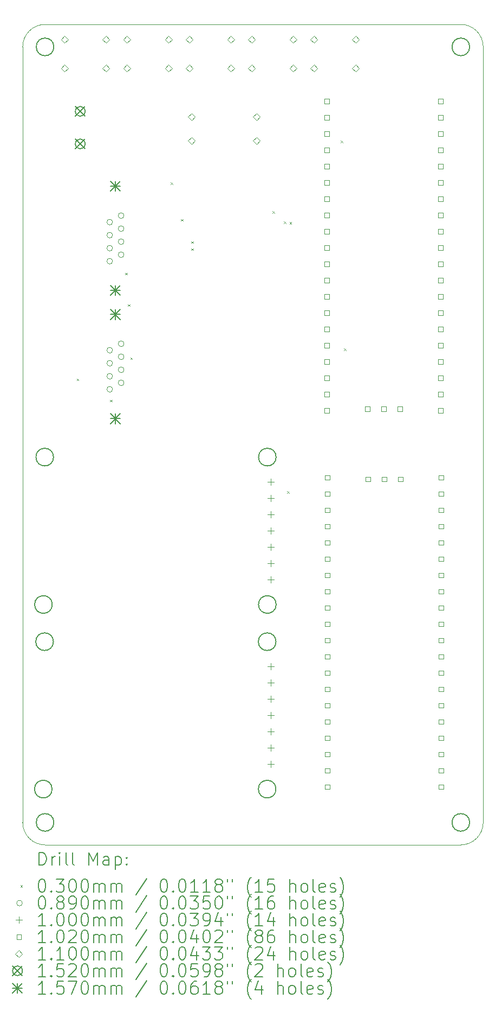
<source format=gbr>
%TF.GenerationSoftware,KiCad,Pcbnew,7.0.7*%
%TF.CreationDate,2025-01-13T16:20:25+01:00*%
%TF.ProjectId,PICO board v4.0,5049434f-2062-46f6-9172-642076342e30,rev?*%
%TF.SameCoordinates,Original*%
%TF.FileFunction,Drillmap*%
%TF.FilePolarity,Positive*%
%FSLAX45Y45*%
G04 Gerber Fmt 4.5, Leading zero omitted, Abs format (unit mm)*
G04 Created by KiCad (PCBNEW 7.0.7) date 2025-01-13 16:20:25*
%MOMM*%
%LPD*%
G01*
G04 APERTURE LIST*
%ADD10C,0.200000*%
%ADD11C,0.100000*%
%ADD12C,0.030000*%
%ADD13C,0.089000*%
%ADD14C,0.102000*%
%ADD15C,0.110000*%
%ADD16C,0.152000*%
%ADD17C,0.157000*%
G04 APERTURE END LIST*
D10*
X7430000Y-12930000D02*
G75*
G03*
X7430000Y-12930000I-137500J0D01*
G01*
X7437500Y-15750000D02*
G75*
G03*
X7437500Y-15750000I-137500J0D01*
G01*
X10910000Y-15230000D02*
G75*
G03*
X10910000Y-15230000I-137500J0D01*
G01*
D11*
X7300000Y-3300000D02*
X13800000Y-3300000D01*
X6950000Y-15750000D02*
G75*
G03*
X7300000Y-16100000I350000J0D01*
G01*
D10*
X7412500Y-12350000D02*
G75*
G03*
X7412500Y-12350000I-137500J0D01*
G01*
D11*
X7300000Y-3300000D02*
G75*
G03*
X6950000Y-3650000I0J-350000D01*
G01*
X7300000Y-16100000D02*
X13800000Y-16100000D01*
D10*
X10910000Y-12930000D02*
G75*
G03*
X10910000Y-12930000I-137500J0D01*
G01*
X10912500Y-10050000D02*
G75*
G03*
X10912500Y-10050000I-137500J0D01*
G01*
D11*
X6950000Y-3650000D02*
X6950000Y-15750000D01*
X14150000Y-3650000D02*
X14150000Y-15750000D01*
X14150000Y-3650000D02*
G75*
G03*
X13800000Y-3300000I-350000J0D01*
G01*
D10*
X7410000Y-15230000D02*
G75*
G03*
X7410000Y-15230000I-137500J0D01*
G01*
X7437500Y-3650000D02*
G75*
G03*
X7437500Y-3650000I-137500J0D01*
G01*
D11*
X13800000Y-16100000D02*
G75*
G03*
X14150000Y-15750000I0J350000D01*
G01*
D10*
X13937500Y-3650000D02*
G75*
G03*
X13937500Y-3650000I-137500J0D01*
G01*
X7432500Y-10050000D02*
G75*
G03*
X7432500Y-10050000I-137500J0D01*
G01*
X10912500Y-12350000D02*
G75*
G03*
X10912500Y-12350000I-137500J0D01*
G01*
X13937500Y-15750000D02*
G75*
G03*
X13937500Y-15750000I-137500J0D01*
G01*
D12*
X7795000Y-8825000D02*
X7825000Y-8855000D01*
X7825000Y-8825000D02*
X7795000Y-8855000D01*
X8315000Y-9155000D02*
X8345000Y-9185000D01*
X8345000Y-9155000D02*
X8315000Y-9185000D01*
X8555000Y-7175000D02*
X8585000Y-7205000D01*
X8585000Y-7175000D02*
X8555000Y-7205000D01*
X8595000Y-7665000D02*
X8625000Y-7695000D01*
X8625000Y-7665000D02*
X8595000Y-7695000D01*
X8635000Y-8495000D02*
X8665000Y-8525000D01*
X8665000Y-8495000D02*
X8635000Y-8525000D01*
X9265000Y-5765000D02*
X9295000Y-5795000D01*
X9295000Y-5765000D02*
X9265000Y-5795000D01*
X9425000Y-6335000D02*
X9455000Y-6365000D01*
X9455000Y-6335000D02*
X9425000Y-6365000D01*
X9585000Y-6685000D02*
X9615000Y-6715000D01*
X9615000Y-6685000D02*
X9585000Y-6715000D01*
X9585000Y-6795000D02*
X9615000Y-6825000D01*
X9615000Y-6795000D02*
X9585000Y-6825000D01*
X10855000Y-6215000D02*
X10885000Y-6245000D01*
X10885000Y-6215000D02*
X10855000Y-6245000D01*
X11032500Y-6375000D02*
X11062500Y-6405000D01*
X11062500Y-6375000D02*
X11032500Y-6405000D01*
X11085000Y-10585000D02*
X11115000Y-10615000D01*
X11115000Y-10585000D02*
X11085000Y-10615000D01*
X11125000Y-6385000D02*
X11155000Y-6415000D01*
X11155000Y-6385000D02*
X11125000Y-6415000D01*
X11925000Y-5115000D02*
X11955000Y-5145000D01*
X11955000Y-5115000D02*
X11925000Y-5145000D01*
X11975000Y-8355000D02*
X12005000Y-8385000D01*
X12005000Y-8355000D02*
X11975000Y-8385000D01*
D13*
X8355500Y-6383400D02*
G75*
G03*
X8355500Y-6383400I-44500J0D01*
G01*
X8355500Y-6586600D02*
G75*
G03*
X8355500Y-6586600I-44500J0D01*
G01*
X8355500Y-6789800D02*
G75*
G03*
X8355500Y-6789800I-44500J0D01*
G01*
X8355500Y-6993000D02*
G75*
G03*
X8355500Y-6993000I-44500J0D01*
G01*
X8355500Y-8383400D02*
G75*
G03*
X8355500Y-8383400I-44500J0D01*
G01*
X8355500Y-8586600D02*
G75*
G03*
X8355500Y-8586600I-44500J0D01*
G01*
X8355500Y-8789800D02*
G75*
G03*
X8355500Y-8789800I-44500J0D01*
G01*
X8355500Y-8993000D02*
G75*
G03*
X8355500Y-8993000I-44500J0D01*
G01*
X8533500Y-6281800D02*
G75*
G03*
X8533500Y-6281800I-44500J0D01*
G01*
X8533500Y-6485000D02*
G75*
G03*
X8533500Y-6485000I-44500J0D01*
G01*
X8533500Y-6688200D02*
G75*
G03*
X8533500Y-6688200I-44500J0D01*
G01*
X8533500Y-6891400D02*
G75*
G03*
X8533500Y-6891400I-44500J0D01*
G01*
X8533500Y-8281800D02*
G75*
G03*
X8533500Y-8281800I-44500J0D01*
G01*
X8533500Y-8485000D02*
G75*
G03*
X8533500Y-8485000I-44500J0D01*
G01*
X8533500Y-8688200D02*
G75*
G03*
X8533500Y-8688200I-44500J0D01*
G01*
X8533500Y-8891400D02*
G75*
G03*
X8533500Y-8891400I-44500J0D01*
G01*
D11*
X10827500Y-13266000D02*
X10827500Y-13366000D01*
X10777500Y-13316000D02*
X10877500Y-13316000D01*
X10827500Y-13520000D02*
X10827500Y-13620000D01*
X10777500Y-13570000D02*
X10877500Y-13570000D01*
X10827500Y-13774000D02*
X10827500Y-13874000D01*
X10777500Y-13824000D02*
X10877500Y-13824000D01*
X10827500Y-14028000D02*
X10827500Y-14128000D01*
X10777500Y-14078000D02*
X10877500Y-14078000D01*
X10827500Y-14282000D02*
X10827500Y-14382000D01*
X10777500Y-14332000D02*
X10877500Y-14332000D01*
X10827500Y-14536000D02*
X10827500Y-14636000D01*
X10777500Y-14586000D02*
X10877500Y-14586000D01*
X10827500Y-14790000D02*
X10827500Y-14890000D01*
X10777500Y-14840000D02*
X10877500Y-14840000D01*
X10830000Y-10386000D02*
X10830000Y-10486000D01*
X10780000Y-10436000D02*
X10880000Y-10436000D01*
X10830000Y-10640000D02*
X10830000Y-10740000D01*
X10780000Y-10690000D02*
X10880000Y-10690000D01*
X10830000Y-10894000D02*
X10830000Y-10994000D01*
X10780000Y-10944000D02*
X10880000Y-10944000D01*
X10830000Y-11148000D02*
X10830000Y-11248000D01*
X10780000Y-11198000D02*
X10880000Y-11198000D01*
X10830000Y-11402000D02*
X10830000Y-11502000D01*
X10780000Y-11452000D02*
X10880000Y-11452000D01*
X10830000Y-11656000D02*
X10830000Y-11756000D01*
X10780000Y-11706000D02*
X10880000Y-11706000D01*
X10830000Y-11910000D02*
X10830000Y-12010000D01*
X10780000Y-11960000D02*
X10880000Y-11960000D01*
D14*
X11743063Y-4533063D02*
X11743063Y-4460937D01*
X11670937Y-4460937D01*
X11670937Y-4533063D01*
X11743063Y-4533063D01*
X11743063Y-4787063D02*
X11743063Y-4714937D01*
X11670937Y-4714937D01*
X11670937Y-4787063D01*
X11743063Y-4787063D01*
X11743063Y-5041063D02*
X11743063Y-4968937D01*
X11670937Y-4968937D01*
X11670937Y-5041063D01*
X11743063Y-5041063D01*
X11743063Y-5295063D02*
X11743063Y-5222937D01*
X11670937Y-5222937D01*
X11670937Y-5295063D01*
X11743063Y-5295063D01*
X11743063Y-5549063D02*
X11743063Y-5476937D01*
X11670937Y-5476937D01*
X11670937Y-5549063D01*
X11743063Y-5549063D01*
X11743063Y-5803063D02*
X11743063Y-5730937D01*
X11670937Y-5730937D01*
X11670937Y-5803063D01*
X11743063Y-5803063D01*
X11743063Y-6057063D02*
X11743063Y-5984937D01*
X11670937Y-5984937D01*
X11670937Y-6057063D01*
X11743063Y-6057063D01*
X11743063Y-6311063D02*
X11743063Y-6238937D01*
X11670937Y-6238937D01*
X11670937Y-6311063D01*
X11743063Y-6311063D01*
X11743063Y-6565063D02*
X11743063Y-6492937D01*
X11670937Y-6492937D01*
X11670937Y-6565063D01*
X11743063Y-6565063D01*
X11743063Y-6819063D02*
X11743063Y-6746937D01*
X11670937Y-6746937D01*
X11670937Y-6819063D01*
X11743063Y-6819063D01*
X11743063Y-7073063D02*
X11743063Y-7000937D01*
X11670937Y-7000937D01*
X11670937Y-7073063D01*
X11743063Y-7073063D01*
X11743063Y-7327063D02*
X11743063Y-7254937D01*
X11670937Y-7254937D01*
X11670937Y-7327063D01*
X11743063Y-7327063D01*
X11743063Y-7581063D02*
X11743063Y-7508937D01*
X11670937Y-7508937D01*
X11670937Y-7581063D01*
X11743063Y-7581063D01*
X11743063Y-7835063D02*
X11743063Y-7762937D01*
X11670937Y-7762937D01*
X11670937Y-7835063D01*
X11743063Y-7835063D01*
X11743063Y-8089063D02*
X11743063Y-8016937D01*
X11670937Y-8016937D01*
X11670937Y-8089063D01*
X11743063Y-8089063D01*
X11743063Y-8343063D02*
X11743063Y-8270937D01*
X11670937Y-8270937D01*
X11670937Y-8343063D01*
X11743063Y-8343063D01*
X11743063Y-8597063D02*
X11743063Y-8524937D01*
X11670937Y-8524937D01*
X11670937Y-8597063D01*
X11743063Y-8597063D01*
X11743063Y-8851063D02*
X11743063Y-8778937D01*
X11670937Y-8778937D01*
X11670937Y-8851063D01*
X11743063Y-8851063D01*
X11743063Y-9105063D02*
X11743063Y-9032937D01*
X11670937Y-9032937D01*
X11670937Y-9105063D01*
X11743063Y-9105063D01*
X11743063Y-9359063D02*
X11743063Y-9286937D01*
X11670937Y-9286937D01*
X11670937Y-9359063D01*
X11743063Y-9359063D01*
X11748063Y-10406063D02*
X11748063Y-10333937D01*
X11675937Y-10333937D01*
X11675937Y-10406063D01*
X11748063Y-10406063D01*
X11748063Y-10660063D02*
X11748063Y-10587937D01*
X11675937Y-10587937D01*
X11675937Y-10660063D01*
X11748063Y-10660063D01*
X11748063Y-10914063D02*
X11748063Y-10841937D01*
X11675937Y-10841937D01*
X11675937Y-10914063D01*
X11748063Y-10914063D01*
X11748063Y-11168063D02*
X11748063Y-11095937D01*
X11675937Y-11095937D01*
X11675937Y-11168063D01*
X11748063Y-11168063D01*
X11748063Y-11422063D02*
X11748063Y-11349937D01*
X11675937Y-11349937D01*
X11675937Y-11422063D01*
X11748063Y-11422063D01*
X11748063Y-11676063D02*
X11748063Y-11603937D01*
X11675937Y-11603937D01*
X11675937Y-11676063D01*
X11748063Y-11676063D01*
X11748063Y-11930063D02*
X11748063Y-11857937D01*
X11675937Y-11857937D01*
X11675937Y-11930063D01*
X11748063Y-11930063D01*
X11748063Y-12184063D02*
X11748063Y-12111937D01*
X11675937Y-12111937D01*
X11675937Y-12184063D01*
X11748063Y-12184063D01*
X11748063Y-12438063D02*
X11748063Y-12365937D01*
X11675937Y-12365937D01*
X11675937Y-12438063D01*
X11748063Y-12438063D01*
X11748063Y-12692063D02*
X11748063Y-12619937D01*
X11675937Y-12619937D01*
X11675937Y-12692063D01*
X11748063Y-12692063D01*
X11748063Y-12946063D02*
X11748063Y-12873937D01*
X11675937Y-12873937D01*
X11675937Y-12946063D01*
X11748063Y-12946063D01*
X11748063Y-13200063D02*
X11748063Y-13127937D01*
X11675937Y-13127937D01*
X11675937Y-13200063D01*
X11748063Y-13200063D01*
X11748063Y-13454063D02*
X11748063Y-13381937D01*
X11675937Y-13381937D01*
X11675937Y-13454063D01*
X11748063Y-13454063D01*
X11748063Y-13708063D02*
X11748063Y-13635937D01*
X11675937Y-13635937D01*
X11675937Y-13708063D01*
X11748063Y-13708063D01*
X11748063Y-13962063D02*
X11748063Y-13889937D01*
X11675937Y-13889937D01*
X11675937Y-13962063D01*
X11748063Y-13962063D01*
X11748063Y-14216063D02*
X11748063Y-14143937D01*
X11675937Y-14143937D01*
X11675937Y-14216063D01*
X11748063Y-14216063D01*
X11748063Y-14470063D02*
X11748063Y-14397937D01*
X11675937Y-14397937D01*
X11675937Y-14470063D01*
X11748063Y-14470063D01*
X11748063Y-14724063D02*
X11748063Y-14651937D01*
X11675937Y-14651937D01*
X11675937Y-14724063D01*
X11748063Y-14724063D01*
X11748063Y-14978063D02*
X11748063Y-14905937D01*
X11675937Y-14905937D01*
X11675937Y-14978063D01*
X11748063Y-14978063D01*
X11748063Y-15232063D02*
X11748063Y-15159937D01*
X11675937Y-15159937D01*
X11675937Y-15232063D01*
X11748063Y-15232063D01*
X12378063Y-9336063D02*
X12378063Y-9263937D01*
X12305937Y-9263937D01*
X12305937Y-9336063D01*
X12378063Y-9336063D01*
X12383063Y-10429063D02*
X12383063Y-10356937D01*
X12310937Y-10356937D01*
X12310937Y-10429063D01*
X12383063Y-10429063D01*
X12632063Y-9336063D02*
X12632063Y-9263937D01*
X12559937Y-9263937D01*
X12559937Y-9336063D01*
X12632063Y-9336063D01*
X12637063Y-10429063D02*
X12637063Y-10356937D01*
X12564937Y-10356937D01*
X12564937Y-10429063D01*
X12637063Y-10429063D01*
X12886063Y-9336063D02*
X12886063Y-9263937D01*
X12813937Y-9263937D01*
X12813937Y-9336063D01*
X12886063Y-9336063D01*
X12891063Y-10429063D02*
X12891063Y-10356937D01*
X12818937Y-10356937D01*
X12818937Y-10429063D01*
X12891063Y-10429063D01*
X13521063Y-4533063D02*
X13521063Y-4460937D01*
X13448937Y-4460937D01*
X13448937Y-4533063D01*
X13521063Y-4533063D01*
X13521063Y-4787063D02*
X13521063Y-4714937D01*
X13448937Y-4714937D01*
X13448937Y-4787063D01*
X13521063Y-4787063D01*
X13521063Y-5041063D02*
X13521063Y-4968937D01*
X13448937Y-4968937D01*
X13448937Y-5041063D01*
X13521063Y-5041063D01*
X13521063Y-5295063D02*
X13521063Y-5222937D01*
X13448937Y-5222937D01*
X13448937Y-5295063D01*
X13521063Y-5295063D01*
X13521063Y-5549063D02*
X13521063Y-5476937D01*
X13448937Y-5476937D01*
X13448937Y-5549063D01*
X13521063Y-5549063D01*
X13521063Y-5803063D02*
X13521063Y-5730937D01*
X13448937Y-5730937D01*
X13448937Y-5803063D01*
X13521063Y-5803063D01*
X13521063Y-6057063D02*
X13521063Y-5984937D01*
X13448937Y-5984937D01*
X13448937Y-6057063D01*
X13521063Y-6057063D01*
X13521063Y-6311063D02*
X13521063Y-6238937D01*
X13448937Y-6238937D01*
X13448937Y-6311063D01*
X13521063Y-6311063D01*
X13521063Y-6565063D02*
X13521063Y-6492937D01*
X13448937Y-6492937D01*
X13448937Y-6565063D01*
X13521063Y-6565063D01*
X13521063Y-6819063D02*
X13521063Y-6746937D01*
X13448937Y-6746937D01*
X13448937Y-6819063D01*
X13521063Y-6819063D01*
X13521063Y-7073063D02*
X13521063Y-7000937D01*
X13448937Y-7000937D01*
X13448937Y-7073063D01*
X13521063Y-7073063D01*
X13521063Y-7327063D02*
X13521063Y-7254937D01*
X13448937Y-7254937D01*
X13448937Y-7327063D01*
X13521063Y-7327063D01*
X13521063Y-7581063D02*
X13521063Y-7508937D01*
X13448937Y-7508937D01*
X13448937Y-7581063D01*
X13521063Y-7581063D01*
X13521063Y-7835063D02*
X13521063Y-7762937D01*
X13448937Y-7762937D01*
X13448937Y-7835063D01*
X13521063Y-7835063D01*
X13521063Y-8089063D02*
X13521063Y-8016937D01*
X13448937Y-8016937D01*
X13448937Y-8089063D01*
X13521063Y-8089063D01*
X13521063Y-8343063D02*
X13521063Y-8270937D01*
X13448937Y-8270937D01*
X13448937Y-8343063D01*
X13521063Y-8343063D01*
X13521063Y-8597063D02*
X13521063Y-8524937D01*
X13448937Y-8524937D01*
X13448937Y-8597063D01*
X13521063Y-8597063D01*
X13521063Y-8851063D02*
X13521063Y-8778937D01*
X13448937Y-8778937D01*
X13448937Y-8851063D01*
X13521063Y-8851063D01*
X13521063Y-9105063D02*
X13521063Y-9032937D01*
X13448937Y-9032937D01*
X13448937Y-9105063D01*
X13521063Y-9105063D01*
X13521063Y-9359063D02*
X13521063Y-9286937D01*
X13448937Y-9286937D01*
X13448937Y-9359063D01*
X13521063Y-9359063D01*
X13526063Y-10406063D02*
X13526063Y-10333937D01*
X13453937Y-10333937D01*
X13453937Y-10406063D01*
X13526063Y-10406063D01*
X13526063Y-10660063D02*
X13526063Y-10587937D01*
X13453937Y-10587937D01*
X13453937Y-10660063D01*
X13526063Y-10660063D01*
X13526063Y-10914063D02*
X13526063Y-10841937D01*
X13453937Y-10841937D01*
X13453937Y-10914063D01*
X13526063Y-10914063D01*
X13526063Y-11168063D02*
X13526063Y-11095937D01*
X13453937Y-11095937D01*
X13453937Y-11168063D01*
X13526063Y-11168063D01*
X13526063Y-11422063D02*
X13526063Y-11349937D01*
X13453937Y-11349937D01*
X13453937Y-11422063D01*
X13526063Y-11422063D01*
X13526063Y-11676063D02*
X13526063Y-11603937D01*
X13453937Y-11603937D01*
X13453937Y-11676063D01*
X13526063Y-11676063D01*
X13526063Y-11930063D02*
X13526063Y-11857937D01*
X13453937Y-11857937D01*
X13453937Y-11930063D01*
X13526063Y-11930063D01*
X13526063Y-12184063D02*
X13526063Y-12111937D01*
X13453937Y-12111937D01*
X13453937Y-12184063D01*
X13526063Y-12184063D01*
X13526063Y-12438063D02*
X13526063Y-12365937D01*
X13453937Y-12365937D01*
X13453937Y-12438063D01*
X13526063Y-12438063D01*
X13526063Y-12692063D02*
X13526063Y-12619937D01*
X13453937Y-12619937D01*
X13453937Y-12692063D01*
X13526063Y-12692063D01*
X13526063Y-12946063D02*
X13526063Y-12873937D01*
X13453937Y-12873937D01*
X13453937Y-12946063D01*
X13526063Y-12946063D01*
X13526063Y-13200063D02*
X13526063Y-13127937D01*
X13453937Y-13127937D01*
X13453937Y-13200063D01*
X13526063Y-13200063D01*
X13526063Y-13454063D02*
X13526063Y-13381937D01*
X13453937Y-13381937D01*
X13453937Y-13454063D01*
X13526063Y-13454063D01*
X13526063Y-13708063D02*
X13526063Y-13635937D01*
X13453937Y-13635937D01*
X13453937Y-13708063D01*
X13526063Y-13708063D01*
X13526063Y-13962063D02*
X13526063Y-13889937D01*
X13453937Y-13889937D01*
X13453937Y-13962063D01*
X13526063Y-13962063D01*
X13526063Y-14216063D02*
X13526063Y-14143937D01*
X13453937Y-14143937D01*
X13453937Y-14216063D01*
X13526063Y-14216063D01*
X13526063Y-14470063D02*
X13526063Y-14397937D01*
X13453937Y-14397937D01*
X13453937Y-14470063D01*
X13526063Y-14470063D01*
X13526063Y-14724063D02*
X13526063Y-14651937D01*
X13453937Y-14651937D01*
X13453937Y-14724063D01*
X13526063Y-14724063D01*
X13526063Y-14978063D02*
X13526063Y-14905937D01*
X13453937Y-14905937D01*
X13453937Y-14978063D01*
X13526063Y-14978063D01*
X13526063Y-15232063D02*
X13526063Y-15159937D01*
X13453937Y-15159937D01*
X13453937Y-15232063D01*
X13526063Y-15232063D01*
D15*
X7605000Y-3590000D02*
X7660000Y-3535000D01*
X7605000Y-3480000D01*
X7550000Y-3535000D01*
X7605000Y-3590000D01*
X7605000Y-4040000D02*
X7660000Y-3985000D01*
X7605000Y-3930000D01*
X7550000Y-3985000D01*
X7605000Y-4040000D01*
X8255000Y-3590000D02*
X8310000Y-3535000D01*
X8255000Y-3480000D01*
X8200000Y-3535000D01*
X8255000Y-3590000D01*
X8255000Y-4040000D02*
X8310000Y-3985000D01*
X8255000Y-3930000D01*
X8200000Y-3985000D01*
X8255000Y-4040000D01*
X8580000Y-3590000D02*
X8635000Y-3535000D01*
X8580000Y-3480000D01*
X8525000Y-3535000D01*
X8580000Y-3590000D01*
X8580000Y-4040000D02*
X8635000Y-3985000D01*
X8580000Y-3930000D01*
X8525000Y-3985000D01*
X8580000Y-4040000D01*
X9230000Y-3590000D02*
X9285000Y-3535000D01*
X9230000Y-3480000D01*
X9175000Y-3535000D01*
X9230000Y-3590000D01*
X9230000Y-4040000D02*
X9285000Y-3985000D01*
X9230000Y-3930000D01*
X9175000Y-3985000D01*
X9230000Y-4040000D01*
X9555000Y-3590000D02*
X9610000Y-3535000D01*
X9555000Y-3480000D01*
X9500000Y-3535000D01*
X9555000Y-3590000D01*
X9555000Y-4040000D02*
X9610000Y-3985000D01*
X9555000Y-3930000D01*
X9500000Y-3985000D01*
X9555000Y-4040000D01*
X9592000Y-4795000D02*
X9647000Y-4740000D01*
X9592000Y-4685000D01*
X9537000Y-4740000D01*
X9592000Y-4795000D01*
X9592000Y-5170000D02*
X9647000Y-5115000D01*
X9592000Y-5060000D01*
X9537000Y-5115000D01*
X9592000Y-5170000D01*
X10205000Y-3590000D02*
X10260000Y-3535000D01*
X10205000Y-3480000D01*
X10150000Y-3535000D01*
X10205000Y-3590000D01*
X10205000Y-4040000D02*
X10260000Y-3985000D01*
X10205000Y-3930000D01*
X10150000Y-3985000D01*
X10205000Y-4040000D01*
X10530000Y-3590000D02*
X10585000Y-3535000D01*
X10530000Y-3480000D01*
X10475000Y-3535000D01*
X10530000Y-3590000D01*
X10530000Y-4040000D02*
X10585000Y-3985000D01*
X10530000Y-3930000D01*
X10475000Y-3985000D01*
X10530000Y-4040000D01*
X10608000Y-4795000D02*
X10663000Y-4740000D01*
X10608000Y-4685000D01*
X10553000Y-4740000D01*
X10608000Y-4795000D01*
X10608000Y-5170000D02*
X10663000Y-5115000D01*
X10608000Y-5060000D01*
X10553000Y-5115000D01*
X10608000Y-5170000D01*
X11180000Y-3590000D02*
X11235000Y-3535000D01*
X11180000Y-3480000D01*
X11125000Y-3535000D01*
X11180000Y-3590000D01*
X11180000Y-4040000D02*
X11235000Y-3985000D01*
X11180000Y-3930000D01*
X11125000Y-3985000D01*
X11180000Y-4040000D01*
X11505000Y-3590000D02*
X11560000Y-3535000D01*
X11505000Y-3480000D01*
X11450000Y-3535000D01*
X11505000Y-3590000D01*
X11505000Y-4040000D02*
X11560000Y-3985000D01*
X11505000Y-3930000D01*
X11450000Y-3985000D01*
X11505000Y-4040000D01*
X12155000Y-3590000D02*
X12210000Y-3535000D01*
X12155000Y-3480000D01*
X12100000Y-3535000D01*
X12155000Y-3590000D01*
X12155000Y-4040000D02*
X12210000Y-3985000D01*
X12155000Y-3930000D01*
X12100000Y-3985000D01*
X12155000Y-4040000D01*
D16*
X7774000Y-4580000D02*
X7926000Y-4732000D01*
X7926000Y-4580000D02*
X7774000Y-4732000D01*
X7926000Y-4656000D02*
G75*
G03*
X7926000Y-4656000I-76000J0D01*
G01*
X7774000Y-5088000D02*
X7926000Y-5240000D01*
X7926000Y-5088000D02*
X7774000Y-5240000D01*
X7926000Y-5164000D02*
G75*
G03*
X7926000Y-5164000I-76000J0D01*
G01*
D17*
X8321500Y-5745500D02*
X8478500Y-5902500D01*
X8478500Y-5745500D02*
X8321500Y-5902500D01*
X8400000Y-5745500D02*
X8400000Y-5902500D01*
X8321500Y-5824000D02*
X8478500Y-5824000D01*
X8321500Y-7371500D02*
X8478500Y-7528500D01*
X8478500Y-7371500D02*
X8321500Y-7528500D01*
X8400000Y-7371500D02*
X8400000Y-7528500D01*
X8321500Y-7450000D02*
X8478500Y-7450000D01*
X8321500Y-7745500D02*
X8478500Y-7902500D01*
X8478500Y-7745500D02*
X8321500Y-7902500D01*
X8400000Y-7745500D02*
X8400000Y-7902500D01*
X8321500Y-7824000D02*
X8478500Y-7824000D01*
X8321500Y-9371500D02*
X8478500Y-9528500D01*
X8478500Y-9371500D02*
X8321500Y-9528500D01*
X8400000Y-9371500D02*
X8400000Y-9528500D01*
X8321500Y-9450000D02*
X8478500Y-9450000D01*
D10*
X7205777Y-16416484D02*
X7205777Y-16216484D01*
X7205777Y-16216484D02*
X7253396Y-16216484D01*
X7253396Y-16216484D02*
X7281967Y-16226008D01*
X7281967Y-16226008D02*
X7301015Y-16245055D01*
X7301015Y-16245055D02*
X7310539Y-16264103D01*
X7310539Y-16264103D02*
X7320062Y-16302198D01*
X7320062Y-16302198D02*
X7320062Y-16330769D01*
X7320062Y-16330769D02*
X7310539Y-16368865D01*
X7310539Y-16368865D02*
X7301015Y-16387912D01*
X7301015Y-16387912D02*
X7281967Y-16406960D01*
X7281967Y-16406960D02*
X7253396Y-16416484D01*
X7253396Y-16416484D02*
X7205777Y-16416484D01*
X7405777Y-16416484D02*
X7405777Y-16283150D01*
X7405777Y-16321246D02*
X7415301Y-16302198D01*
X7415301Y-16302198D02*
X7424824Y-16292674D01*
X7424824Y-16292674D02*
X7443872Y-16283150D01*
X7443872Y-16283150D02*
X7462920Y-16283150D01*
X7529586Y-16416484D02*
X7529586Y-16283150D01*
X7529586Y-16216484D02*
X7520062Y-16226008D01*
X7520062Y-16226008D02*
X7529586Y-16235531D01*
X7529586Y-16235531D02*
X7539110Y-16226008D01*
X7539110Y-16226008D02*
X7529586Y-16216484D01*
X7529586Y-16216484D02*
X7529586Y-16235531D01*
X7653396Y-16416484D02*
X7634348Y-16406960D01*
X7634348Y-16406960D02*
X7624824Y-16387912D01*
X7624824Y-16387912D02*
X7624824Y-16216484D01*
X7758158Y-16416484D02*
X7739110Y-16406960D01*
X7739110Y-16406960D02*
X7729586Y-16387912D01*
X7729586Y-16387912D02*
X7729586Y-16216484D01*
X7986729Y-16416484D02*
X7986729Y-16216484D01*
X7986729Y-16216484D02*
X8053396Y-16359341D01*
X8053396Y-16359341D02*
X8120062Y-16216484D01*
X8120062Y-16216484D02*
X8120062Y-16416484D01*
X8301015Y-16416484D02*
X8301015Y-16311722D01*
X8301015Y-16311722D02*
X8291491Y-16292674D01*
X8291491Y-16292674D02*
X8272443Y-16283150D01*
X8272443Y-16283150D02*
X8234348Y-16283150D01*
X8234348Y-16283150D02*
X8215301Y-16292674D01*
X8301015Y-16406960D02*
X8281967Y-16416484D01*
X8281967Y-16416484D02*
X8234348Y-16416484D01*
X8234348Y-16416484D02*
X8215301Y-16406960D01*
X8215301Y-16406960D02*
X8205777Y-16387912D01*
X8205777Y-16387912D02*
X8205777Y-16368865D01*
X8205777Y-16368865D02*
X8215301Y-16349817D01*
X8215301Y-16349817D02*
X8234348Y-16340293D01*
X8234348Y-16340293D02*
X8281967Y-16340293D01*
X8281967Y-16340293D02*
X8301015Y-16330769D01*
X8396253Y-16283150D02*
X8396253Y-16483150D01*
X8396253Y-16292674D02*
X8415301Y-16283150D01*
X8415301Y-16283150D02*
X8453396Y-16283150D01*
X8453396Y-16283150D02*
X8472444Y-16292674D01*
X8472444Y-16292674D02*
X8481967Y-16302198D01*
X8481967Y-16302198D02*
X8491491Y-16321246D01*
X8491491Y-16321246D02*
X8491491Y-16378388D01*
X8491491Y-16378388D02*
X8481967Y-16397436D01*
X8481967Y-16397436D02*
X8472444Y-16406960D01*
X8472444Y-16406960D02*
X8453396Y-16416484D01*
X8453396Y-16416484D02*
X8415301Y-16416484D01*
X8415301Y-16416484D02*
X8396253Y-16406960D01*
X8577205Y-16397436D02*
X8586729Y-16406960D01*
X8586729Y-16406960D02*
X8577205Y-16416484D01*
X8577205Y-16416484D02*
X8567682Y-16406960D01*
X8567682Y-16406960D02*
X8577205Y-16397436D01*
X8577205Y-16397436D02*
X8577205Y-16416484D01*
X8577205Y-16292674D02*
X8586729Y-16302198D01*
X8586729Y-16302198D02*
X8577205Y-16311722D01*
X8577205Y-16311722D02*
X8567682Y-16302198D01*
X8567682Y-16302198D02*
X8577205Y-16292674D01*
X8577205Y-16292674D02*
X8577205Y-16311722D01*
D12*
X6915000Y-16730000D02*
X6945000Y-16760000D01*
X6945000Y-16730000D02*
X6915000Y-16760000D01*
D10*
X7243872Y-16636484D02*
X7262920Y-16636484D01*
X7262920Y-16636484D02*
X7281967Y-16646008D01*
X7281967Y-16646008D02*
X7291491Y-16655531D01*
X7291491Y-16655531D02*
X7301015Y-16674579D01*
X7301015Y-16674579D02*
X7310539Y-16712674D01*
X7310539Y-16712674D02*
X7310539Y-16760293D01*
X7310539Y-16760293D02*
X7301015Y-16798389D01*
X7301015Y-16798389D02*
X7291491Y-16817436D01*
X7291491Y-16817436D02*
X7281967Y-16826960D01*
X7281967Y-16826960D02*
X7262920Y-16836484D01*
X7262920Y-16836484D02*
X7243872Y-16836484D01*
X7243872Y-16836484D02*
X7224824Y-16826960D01*
X7224824Y-16826960D02*
X7215301Y-16817436D01*
X7215301Y-16817436D02*
X7205777Y-16798389D01*
X7205777Y-16798389D02*
X7196253Y-16760293D01*
X7196253Y-16760293D02*
X7196253Y-16712674D01*
X7196253Y-16712674D02*
X7205777Y-16674579D01*
X7205777Y-16674579D02*
X7215301Y-16655531D01*
X7215301Y-16655531D02*
X7224824Y-16646008D01*
X7224824Y-16646008D02*
X7243872Y-16636484D01*
X7396253Y-16817436D02*
X7405777Y-16826960D01*
X7405777Y-16826960D02*
X7396253Y-16836484D01*
X7396253Y-16836484D02*
X7386729Y-16826960D01*
X7386729Y-16826960D02*
X7396253Y-16817436D01*
X7396253Y-16817436D02*
X7396253Y-16836484D01*
X7472443Y-16636484D02*
X7596253Y-16636484D01*
X7596253Y-16636484D02*
X7529586Y-16712674D01*
X7529586Y-16712674D02*
X7558158Y-16712674D01*
X7558158Y-16712674D02*
X7577205Y-16722198D01*
X7577205Y-16722198D02*
X7586729Y-16731722D01*
X7586729Y-16731722D02*
X7596253Y-16750769D01*
X7596253Y-16750769D02*
X7596253Y-16798389D01*
X7596253Y-16798389D02*
X7586729Y-16817436D01*
X7586729Y-16817436D02*
X7577205Y-16826960D01*
X7577205Y-16826960D02*
X7558158Y-16836484D01*
X7558158Y-16836484D02*
X7501015Y-16836484D01*
X7501015Y-16836484D02*
X7481967Y-16826960D01*
X7481967Y-16826960D02*
X7472443Y-16817436D01*
X7720062Y-16636484D02*
X7739110Y-16636484D01*
X7739110Y-16636484D02*
X7758158Y-16646008D01*
X7758158Y-16646008D02*
X7767682Y-16655531D01*
X7767682Y-16655531D02*
X7777205Y-16674579D01*
X7777205Y-16674579D02*
X7786729Y-16712674D01*
X7786729Y-16712674D02*
X7786729Y-16760293D01*
X7786729Y-16760293D02*
X7777205Y-16798389D01*
X7777205Y-16798389D02*
X7767682Y-16817436D01*
X7767682Y-16817436D02*
X7758158Y-16826960D01*
X7758158Y-16826960D02*
X7739110Y-16836484D01*
X7739110Y-16836484D02*
X7720062Y-16836484D01*
X7720062Y-16836484D02*
X7701015Y-16826960D01*
X7701015Y-16826960D02*
X7691491Y-16817436D01*
X7691491Y-16817436D02*
X7681967Y-16798389D01*
X7681967Y-16798389D02*
X7672443Y-16760293D01*
X7672443Y-16760293D02*
X7672443Y-16712674D01*
X7672443Y-16712674D02*
X7681967Y-16674579D01*
X7681967Y-16674579D02*
X7691491Y-16655531D01*
X7691491Y-16655531D02*
X7701015Y-16646008D01*
X7701015Y-16646008D02*
X7720062Y-16636484D01*
X7910539Y-16636484D02*
X7929586Y-16636484D01*
X7929586Y-16636484D02*
X7948634Y-16646008D01*
X7948634Y-16646008D02*
X7958158Y-16655531D01*
X7958158Y-16655531D02*
X7967682Y-16674579D01*
X7967682Y-16674579D02*
X7977205Y-16712674D01*
X7977205Y-16712674D02*
X7977205Y-16760293D01*
X7977205Y-16760293D02*
X7967682Y-16798389D01*
X7967682Y-16798389D02*
X7958158Y-16817436D01*
X7958158Y-16817436D02*
X7948634Y-16826960D01*
X7948634Y-16826960D02*
X7929586Y-16836484D01*
X7929586Y-16836484D02*
X7910539Y-16836484D01*
X7910539Y-16836484D02*
X7891491Y-16826960D01*
X7891491Y-16826960D02*
X7881967Y-16817436D01*
X7881967Y-16817436D02*
X7872443Y-16798389D01*
X7872443Y-16798389D02*
X7862920Y-16760293D01*
X7862920Y-16760293D02*
X7862920Y-16712674D01*
X7862920Y-16712674D02*
X7872443Y-16674579D01*
X7872443Y-16674579D02*
X7881967Y-16655531D01*
X7881967Y-16655531D02*
X7891491Y-16646008D01*
X7891491Y-16646008D02*
X7910539Y-16636484D01*
X8062920Y-16836484D02*
X8062920Y-16703150D01*
X8062920Y-16722198D02*
X8072443Y-16712674D01*
X8072443Y-16712674D02*
X8091491Y-16703150D01*
X8091491Y-16703150D02*
X8120063Y-16703150D01*
X8120063Y-16703150D02*
X8139110Y-16712674D01*
X8139110Y-16712674D02*
X8148634Y-16731722D01*
X8148634Y-16731722D02*
X8148634Y-16836484D01*
X8148634Y-16731722D02*
X8158158Y-16712674D01*
X8158158Y-16712674D02*
X8177205Y-16703150D01*
X8177205Y-16703150D02*
X8205777Y-16703150D01*
X8205777Y-16703150D02*
X8224824Y-16712674D01*
X8224824Y-16712674D02*
X8234348Y-16731722D01*
X8234348Y-16731722D02*
X8234348Y-16836484D01*
X8329586Y-16836484D02*
X8329586Y-16703150D01*
X8329586Y-16722198D02*
X8339110Y-16712674D01*
X8339110Y-16712674D02*
X8358158Y-16703150D01*
X8358158Y-16703150D02*
X8386729Y-16703150D01*
X8386729Y-16703150D02*
X8405777Y-16712674D01*
X8405777Y-16712674D02*
X8415301Y-16731722D01*
X8415301Y-16731722D02*
X8415301Y-16836484D01*
X8415301Y-16731722D02*
X8424825Y-16712674D01*
X8424825Y-16712674D02*
X8443872Y-16703150D01*
X8443872Y-16703150D02*
X8472444Y-16703150D01*
X8472444Y-16703150D02*
X8491491Y-16712674D01*
X8491491Y-16712674D02*
X8501015Y-16731722D01*
X8501015Y-16731722D02*
X8501015Y-16836484D01*
X8891491Y-16626960D02*
X8720063Y-16884103D01*
X9148634Y-16636484D02*
X9167682Y-16636484D01*
X9167682Y-16636484D02*
X9186729Y-16646008D01*
X9186729Y-16646008D02*
X9196253Y-16655531D01*
X9196253Y-16655531D02*
X9205777Y-16674579D01*
X9205777Y-16674579D02*
X9215301Y-16712674D01*
X9215301Y-16712674D02*
X9215301Y-16760293D01*
X9215301Y-16760293D02*
X9205777Y-16798389D01*
X9205777Y-16798389D02*
X9196253Y-16817436D01*
X9196253Y-16817436D02*
X9186729Y-16826960D01*
X9186729Y-16826960D02*
X9167682Y-16836484D01*
X9167682Y-16836484D02*
X9148634Y-16836484D01*
X9148634Y-16836484D02*
X9129587Y-16826960D01*
X9129587Y-16826960D02*
X9120063Y-16817436D01*
X9120063Y-16817436D02*
X9110539Y-16798389D01*
X9110539Y-16798389D02*
X9101015Y-16760293D01*
X9101015Y-16760293D02*
X9101015Y-16712674D01*
X9101015Y-16712674D02*
X9110539Y-16674579D01*
X9110539Y-16674579D02*
X9120063Y-16655531D01*
X9120063Y-16655531D02*
X9129587Y-16646008D01*
X9129587Y-16646008D02*
X9148634Y-16636484D01*
X9301015Y-16817436D02*
X9310539Y-16826960D01*
X9310539Y-16826960D02*
X9301015Y-16836484D01*
X9301015Y-16836484D02*
X9291491Y-16826960D01*
X9291491Y-16826960D02*
X9301015Y-16817436D01*
X9301015Y-16817436D02*
X9301015Y-16836484D01*
X9434348Y-16636484D02*
X9453396Y-16636484D01*
X9453396Y-16636484D02*
X9472444Y-16646008D01*
X9472444Y-16646008D02*
X9481968Y-16655531D01*
X9481968Y-16655531D02*
X9491491Y-16674579D01*
X9491491Y-16674579D02*
X9501015Y-16712674D01*
X9501015Y-16712674D02*
X9501015Y-16760293D01*
X9501015Y-16760293D02*
X9491491Y-16798389D01*
X9491491Y-16798389D02*
X9481968Y-16817436D01*
X9481968Y-16817436D02*
X9472444Y-16826960D01*
X9472444Y-16826960D02*
X9453396Y-16836484D01*
X9453396Y-16836484D02*
X9434348Y-16836484D01*
X9434348Y-16836484D02*
X9415301Y-16826960D01*
X9415301Y-16826960D02*
X9405777Y-16817436D01*
X9405777Y-16817436D02*
X9396253Y-16798389D01*
X9396253Y-16798389D02*
X9386729Y-16760293D01*
X9386729Y-16760293D02*
X9386729Y-16712674D01*
X9386729Y-16712674D02*
X9396253Y-16674579D01*
X9396253Y-16674579D02*
X9405777Y-16655531D01*
X9405777Y-16655531D02*
X9415301Y-16646008D01*
X9415301Y-16646008D02*
X9434348Y-16636484D01*
X9691491Y-16836484D02*
X9577206Y-16836484D01*
X9634348Y-16836484D02*
X9634348Y-16636484D01*
X9634348Y-16636484D02*
X9615301Y-16665055D01*
X9615301Y-16665055D02*
X9596253Y-16684103D01*
X9596253Y-16684103D02*
X9577206Y-16693627D01*
X9881968Y-16836484D02*
X9767682Y-16836484D01*
X9824825Y-16836484D02*
X9824825Y-16636484D01*
X9824825Y-16636484D02*
X9805777Y-16665055D01*
X9805777Y-16665055D02*
X9786729Y-16684103D01*
X9786729Y-16684103D02*
X9767682Y-16693627D01*
X9996253Y-16722198D02*
X9977206Y-16712674D01*
X9977206Y-16712674D02*
X9967682Y-16703150D01*
X9967682Y-16703150D02*
X9958158Y-16684103D01*
X9958158Y-16684103D02*
X9958158Y-16674579D01*
X9958158Y-16674579D02*
X9967682Y-16655531D01*
X9967682Y-16655531D02*
X9977206Y-16646008D01*
X9977206Y-16646008D02*
X9996253Y-16636484D01*
X9996253Y-16636484D02*
X10034349Y-16636484D01*
X10034349Y-16636484D02*
X10053396Y-16646008D01*
X10053396Y-16646008D02*
X10062920Y-16655531D01*
X10062920Y-16655531D02*
X10072444Y-16674579D01*
X10072444Y-16674579D02*
X10072444Y-16684103D01*
X10072444Y-16684103D02*
X10062920Y-16703150D01*
X10062920Y-16703150D02*
X10053396Y-16712674D01*
X10053396Y-16712674D02*
X10034349Y-16722198D01*
X10034349Y-16722198D02*
X9996253Y-16722198D01*
X9996253Y-16722198D02*
X9977206Y-16731722D01*
X9977206Y-16731722D02*
X9967682Y-16741246D01*
X9967682Y-16741246D02*
X9958158Y-16760293D01*
X9958158Y-16760293D02*
X9958158Y-16798389D01*
X9958158Y-16798389D02*
X9967682Y-16817436D01*
X9967682Y-16817436D02*
X9977206Y-16826960D01*
X9977206Y-16826960D02*
X9996253Y-16836484D01*
X9996253Y-16836484D02*
X10034349Y-16836484D01*
X10034349Y-16836484D02*
X10053396Y-16826960D01*
X10053396Y-16826960D02*
X10062920Y-16817436D01*
X10062920Y-16817436D02*
X10072444Y-16798389D01*
X10072444Y-16798389D02*
X10072444Y-16760293D01*
X10072444Y-16760293D02*
X10062920Y-16741246D01*
X10062920Y-16741246D02*
X10053396Y-16731722D01*
X10053396Y-16731722D02*
X10034349Y-16722198D01*
X10148634Y-16636484D02*
X10148634Y-16674579D01*
X10224825Y-16636484D02*
X10224825Y-16674579D01*
X10520063Y-16912674D02*
X10510539Y-16903150D01*
X10510539Y-16903150D02*
X10491491Y-16874579D01*
X10491491Y-16874579D02*
X10481968Y-16855531D01*
X10481968Y-16855531D02*
X10472444Y-16826960D01*
X10472444Y-16826960D02*
X10462920Y-16779341D01*
X10462920Y-16779341D02*
X10462920Y-16741246D01*
X10462920Y-16741246D02*
X10472444Y-16693627D01*
X10472444Y-16693627D02*
X10481968Y-16665055D01*
X10481968Y-16665055D02*
X10491491Y-16646008D01*
X10491491Y-16646008D02*
X10510539Y-16617436D01*
X10510539Y-16617436D02*
X10520063Y-16607912D01*
X10701015Y-16836484D02*
X10586730Y-16836484D01*
X10643872Y-16836484D02*
X10643872Y-16636484D01*
X10643872Y-16636484D02*
X10624825Y-16665055D01*
X10624825Y-16665055D02*
X10605777Y-16684103D01*
X10605777Y-16684103D02*
X10586730Y-16693627D01*
X10881968Y-16636484D02*
X10786730Y-16636484D01*
X10786730Y-16636484D02*
X10777206Y-16731722D01*
X10777206Y-16731722D02*
X10786730Y-16722198D01*
X10786730Y-16722198D02*
X10805777Y-16712674D01*
X10805777Y-16712674D02*
X10853396Y-16712674D01*
X10853396Y-16712674D02*
X10872444Y-16722198D01*
X10872444Y-16722198D02*
X10881968Y-16731722D01*
X10881968Y-16731722D02*
X10891491Y-16750769D01*
X10891491Y-16750769D02*
X10891491Y-16798389D01*
X10891491Y-16798389D02*
X10881968Y-16817436D01*
X10881968Y-16817436D02*
X10872444Y-16826960D01*
X10872444Y-16826960D02*
X10853396Y-16836484D01*
X10853396Y-16836484D02*
X10805777Y-16836484D01*
X10805777Y-16836484D02*
X10786730Y-16826960D01*
X10786730Y-16826960D02*
X10777206Y-16817436D01*
X11129587Y-16836484D02*
X11129587Y-16636484D01*
X11215301Y-16836484D02*
X11215301Y-16731722D01*
X11215301Y-16731722D02*
X11205777Y-16712674D01*
X11205777Y-16712674D02*
X11186730Y-16703150D01*
X11186730Y-16703150D02*
X11158158Y-16703150D01*
X11158158Y-16703150D02*
X11139111Y-16712674D01*
X11139111Y-16712674D02*
X11129587Y-16722198D01*
X11339110Y-16836484D02*
X11320063Y-16826960D01*
X11320063Y-16826960D02*
X11310539Y-16817436D01*
X11310539Y-16817436D02*
X11301015Y-16798389D01*
X11301015Y-16798389D02*
X11301015Y-16741246D01*
X11301015Y-16741246D02*
X11310539Y-16722198D01*
X11310539Y-16722198D02*
X11320063Y-16712674D01*
X11320063Y-16712674D02*
X11339110Y-16703150D01*
X11339110Y-16703150D02*
X11367682Y-16703150D01*
X11367682Y-16703150D02*
X11386730Y-16712674D01*
X11386730Y-16712674D02*
X11396253Y-16722198D01*
X11396253Y-16722198D02*
X11405777Y-16741246D01*
X11405777Y-16741246D02*
X11405777Y-16798389D01*
X11405777Y-16798389D02*
X11396253Y-16817436D01*
X11396253Y-16817436D02*
X11386730Y-16826960D01*
X11386730Y-16826960D02*
X11367682Y-16836484D01*
X11367682Y-16836484D02*
X11339110Y-16836484D01*
X11520063Y-16836484D02*
X11501015Y-16826960D01*
X11501015Y-16826960D02*
X11491491Y-16807912D01*
X11491491Y-16807912D02*
X11491491Y-16636484D01*
X11672444Y-16826960D02*
X11653396Y-16836484D01*
X11653396Y-16836484D02*
X11615301Y-16836484D01*
X11615301Y-16836484D02*
X11596253Y-16826960D01*
X11596253Y-16826960D02*
X11586730Y-16807912D01*
X11586730Y-16807912D02*
X11586730Y-16731722D01*
X11586730Y-16731722D02*
X11596253Y-16712674D01*
X11596253Y-16712674D02*
X11615301Y-16703150D01*
X11615301Y-16703150D02*
X11653396Y-16703150D01*
X11653396Y-16703150D02*
X11672444Y-16712674D01*
X11672444Y-16712674D02*
X11681968Y-16731722D01*
X11681968Y-16731722D02*
X11681968Y-16750769D01*
X11681968Y-16750769D02*
X11586730Y-16769817D01*
X11758158Y-16826960D02*
X11777206Y-16836484D01*
X11777206Y-16836484D02*
X11815301Y-16836484D01*
X11815301Y-16836484D02*
X11834349Y-16826960D01*
X11834349Y-16826960D02*
X11843872Y-16807912D01*
X11843872Y-16807912D02*
X11843872Y-16798389D01*
X11843872Y-16798389D02*
X11834349Y-16779341D01*
X11834349Y-16779341D02*
X11815301Y-16769817D01*
X11815301Y-16769817D02*
X11786730Y-16769817D01*
X11786730Y-16769817D02*
X11767682Y-16760293D01*
X11767682Y-16760293D02*
X11758158Y-16741246D01*
X11758158Y-16741246D02*
X11758158Y-16731722D01*
X11758158Y-16731722D02*
X11767682Y-16712674D01*
X11767682Y-16712674D02*
X11786730Y-16703150D01*
X11786730Y-16703150D02*
X11815301Y-16703150D01*
X11815301Y-16703150D02*
X11834349Y-16712674D01*
X11910539Y-16912674D02*
X11920063Y-16903150D01*
X11920063Y-16903150D02*
X11939111Y-16874579D01*
X11939111Y-16874579D02*
X11948634Y-16855531D01*
X11948634Y-16855531D02*
X11958158Y-16826960D01*
X11958158Y-16826960D02*
X11967682Y-16779341D01*
X11967682Y-16779341D02*
X11967682Y-16741246D01*
X11967682Y-16741246D02*
X11958158Y-16693627D01*
X11958158Y-16693627D02*
X11948634Y-16665055D01*
X11948634Y-16665055D02*
X11939111Y-16646008D01*
X11939111Y-16646008D02*
X11920063Y-16617436D01*
X11920063Y-16617436D02*
X11910539Y-16607912D01*
D13*
X6945000Y-17009000D02*
G75*
G03*
X6945000Y-17009000I-44500J0D01*
G01*
D10*
X7243872Y-16900484D02*
X7262920Y-16900484D01*
X7262920Y-16900484D02*
X7281967Y-16910008D01*
X7281967Y-16910008D02*
X7291491Y-16919531D01*
X7291491Y-16919531D02*
X7301015Y-16938579D01*
X7301015Y-16938579D02*
X7310539Y-16976674D01*
X7310539Y-16976674D02*
X7310539Y-17024293D01*
X7310539Y-17024293D02*
X7301015Y-17062389D01*
X7301015Y-17062389D02*
X7291491Y-17081436D01*
X7291491Y-17081436D02*
X7281967Y-17090960D01*
X7281967Y-17090960D02*
X7262920Y-17100484D01*
X7262920Y-17100484D02*
X7243872Y-17100484D01*
X7243872Y-17100484D02*
X7224824Y-17090960D01*
X7224824Y-17090960D02*
X7215301Y-17081436D01*
X7215301Y-17081436D02*
X7205777Y-17062389D01*
X7205777Y-17062389D02*
X7196253Y-17024293D01*
X7196253Y-17024293D02*
X7196253Y-16976674D01*
X7196253Y-16976674D02*
X7205777Y-16938579D01*
X7205777Y-16938579D02*
X7215301Y-16919531D01*
X7215301Y-16919531D02*
X7224824Y-16910008D01*
X7224824Y-16910008D02*
X7243872Y-16900484D01*
X7396253Y-17081436D02*
X7405777Y-17090960D01*
X7405777Y-17090960D02*
X7396253Y-17100484D01*
X7396253Y-17100484D02*
X7386729Y-17090960D01*
X7386729Y-17090960D02*
X7396253Y-17081436D01*
X7396253Y-17081436D02*
X7396253Y-17100484D01*
X7520062Y-16986198D02*
X7501015Y-16976674D01*
X7501015Y-16976674D02*
X7491491Y-16967150D01*
X7491491Y-16967150D02*
X7481967Y-16948103D01*
X7481967Y-16948103D02*
X7481967Y-16938579D01*
X7481967Y-16938579D02*
X7491491Y-16919531D01*
X7491491Y-16919531D02*
X7501015Y-16910008D01*
X7501015Y-16910008D02*
X7520062Y-16900484D01*
X7520062Y-16900484D02*
X7558158Y-16900484D01*
X7558158Y-16900484D02*
X7577205Y-16910008D01*
X7577205Y-16910008D02*
X7586729Y-16919531D01*
X7586729Y-16919531D02*
X7596253Y-16938579D01*
X7596253Y-16938579D02*
X7596253Y-16948103D01*
X7596253Y-16948103D02*
X7586729Y-16967150D01*
X7586729Y-16967150D02*
X7577205Y-16976674D01*
X7577205Y-16976674D02*
X7558158Y-16986198D01*
X7558158Y-16986198D02*
X7520062Y-16986198D01*
X7520062Y-16986198D02*
X7501015Y-16995722D01*
X7501015Y-16995722D02*
X7491491Y-17005246D01*
X7491491Y-17005246D02*
X7481967Y-17024293D01*
X7481967Y-17024293D02*
X7481967Y-17062389D01*
X7481967Y-17062389D02*
X7491491Y-17081436D01*
X7491491Y-17081436D02*
X7501015Y-17090960D01*
X7501015Y-17090960D02*
X7520062Y-17100484D01*
X7520062Y-17100484D02*
X7558158Y-17100484D01*
X7558158Y-17100484D02*
X7577205Y-17090960D01*
X7577205Y-17090960D02*
X7586729Y-17081436D01*
X7586729Y-17081436D02*
X7596253Y-17062389D01*
X7596253Y-17062389D02*
X7596253Y-17024293D01*
X7596253Y-17024293D02*
X7586729Y-17005246D01*
X7586729Y-17005246D02*
X7577205Y-16995722D01*
X7577205Y-16995722D02*
X7558158Y-16986198D01*
X7691491Y-17100484D02*
X7729586Y-17100484D01*
X7729586Y-17100484D02*
X7748634Y-17090960D01*
X7748634Y-17090960D02*
X7758158Y-17081436D01*
X7758158Y-17081436D02*
X7777205Y-17052865D01*
X7777205Y-17052865D02*
X7786729Y-17014770D01*
X7786729Y-17014770D02*
X7786729Y-16938579D01*
X7786729Y-16938579D02*
X7777205Y-16919531D01*
X7777205Y-16919531D02*
X7767682Y-16910008D01*
X7767682Y-16910008D02*
X7748634Y-16900484D01*
X7748634Y-16900484D02*
X7710539Y-16900484D01*
X7710539Y-16900484D02*
X7691491Y-16910008D01*
X7691491Y-16910008D02*
X7681967Y-16919531D01*
X7681967Y-16919531D02*
X7672443Y-16938579D01*
X7672443Y-16938579D02*
X7672443Y-16986198D01*
X7672443Y-16986198D02*
X7681967Y-17005246D01*
X7681967Y-17005246D02*
X7691491Y-17014770D01*
X7691491Y-17014770D02*
X7710539Y-17024293D01*
X7710539Y-17024293D02*
X7748634Y-17024293D01*
X7748634Y-17024293D02*
X7767682Y-17014770D01*
X7767682Y-17014770D02*
X7777205Y-17005246D01*
X7777205Y-17005246D02*
X7786729Y-16986198D01*
X7910539Y-16900484D02*
X7929586Y-16900484D01*
X7929586Y-16900484D02*
X7948634Y-16910008D01*
X7948634Y-16910008D02*
X7958158Y-16919531D01*
X7958158Y-16919531D02*
X7967682Y-16938579D01*
X7967682Y-16938579D02*
X7977205Y-16976674D01*
X7977205Y-16976674D02*
X7977205Y-17024293D01*
X7977205Y-17024293D02*
X7967682Y-17062389D01*
X7967682Y-17062389D02*
X7958158Y-17081436D01*
X7958158Y-17081436D02*
X7948634Y-17090960D01*
X7948634Y-17090960D02*
X7929586Y-17100484D01*
X7929586Y-17100484D02*
X7910539Y-17100484D01*
X7910539Y-17100484D02*
X7891491Y-17090960D01*
X7891491Y-17090960D02*
X7881967Y-17081436D01*
X7881967Y-17081436D02*
X7872443Y-17062389D01*
X7872443Y-17062389D02*
X7862920Y-17024293D01*
X7862920Y-17024293D02*
X7862920Y-16976674D01*
X7862920Y-16976674D02*
X7872443Y-16938579D01*
X7872443Y-16938579D02*
X7881967Y-16919531D01*
X7881967Y-16919531D02*
X7891491Y-16910008D01*
X7891491Y-16910008D02*
X7910539Y-16900484D01*
X8062920Y-17100484D02*
X8062920Y-16967150D01*
X8062920Y-16986198D02*
X8072443Y-16976674D01*
X8072443Y-16976674D02*
X8091491Y-16967150D01*
X8091491Y-16967150D02*
X8120063Y-16967150D01*
X8120063Y-16967150D02*
X8139110Y-16976674D01*
X8139110Y-16976674D02*
X8148634Y-16995722D01*
X8148634Y-16995722D02*
X8148634Y-17100484D01*
X8148634Y-16995722D02*
X8158158Y-16976674D01*
X8158158Y-16976674D02*
X8177205Y-16967150D01*
X8177205Y-16967150D02*
X8205777Y-16967150D01*
X8205777Y-16967150D02*
X8224824Y-16976674D01*
X8224824Y-16976674D02*
X8234348Y-16995722D01*
X8234348Y-16995722D02*
X8234348Y-17100484D01*
X8329586Y-17100484D02*
X8329586Y-16967150D01*
X8329586Y-16986198D02*
X8339110Y-16976674D01*
X8339110Y-16976674D02*
X8358158Y-16967150D01*
X8358158Y-16967150D02*
X8386729Y-16967150D01*
X8386729Y-16967150D02*
X8405777Y-16976674D01*
X8405777Y-16976674D02*
X8415301Y-16995722D01*
X8415301Y-16995722D02*
X8415301Y-17100484D01*
X8415301Y-16995722D02*
X8424825Y-16976674D01*
X8424825Y-16976674D02*
X8443872Y-16967150D01*
X8443872Y-16967150D02*
X8472444Y-16967150D01*
X8472444Y-16967150D02*
X8491491Y-16976674D01*
X8491491Y-16976674D02*
X8501015Y-16995722D01*
X8501015Y-16995722D02*
X8501015Y-17100484D01*
X8891491Y-16890960D02*
X8720063Y-17148103D01*
X9148634Y-16900484D02*
X9167682Y-16900484D01*
X9167682Y-16900484D02*
X9186729Y-16910008D01*
X9186729Y-16910008D02*
X9196253Y-16919531D01*
X9196253Y-16919531D02*
X9205777Y-16938579D01*
X9205777Y-16938579D02*
X9215301Y-16976674D01*
X9215301Y-16976674D02*
X9215301Y-17024293D01*
X9215301Y-17024293D02*
X9205777Y-17062389D01*
X9205777Y-17062389D02*
X9196253Y-17081436D01*
X9196253Y-17081436D02*
X9186729Y-17090960D01*
X9186729Y-17090960D02*
X9167682Y-17100484D01*
X9167682Y-17100484D02*
X9148634Y-17100484D01*
X9148634Y-17100484D02*
X9129587Y-17090960D01*
X9129587Y-17090960D02*
X9120063Y-17081436D01*
X9120063Y-17081436D02*
X9110539Y-17062389D01*
X9110539Y-17062389D02*
X9101015Y-17024293D01*
X9101015Y-17024293D02*
X9101015Y-16976674D01*
X9101015Y-16976674D02*
X9110539Y-16938579D01*
X9110539Y-16938579D02*
X9120063Y-16919531D01*
X9120063Y-16919531D02*
X9129587Y-16910008D01*
X9129587Y-16910008D02*
X9148634Y-16900484D01*
X9301015Y-17081436D02*
X9310539Y-17090960D01*
X9310539Y-17090960D02*
X9301015Y-17100484D01*
X9301015Y-17100484D02*
X9291491Y-17090960D01*
X9291491Y-17090960D02*
X9301015Y-17081436D01*
X9301015Y-17081436D02*
X9301015Y-17100484D01*
X9434348Y-16900484D02*
X9453396Y-16900484D01*
X9453396Y-16900484D02*
X9472444Y-16910008D01*
X9472444Y-16910008D02*
X9481968Y-16919531D01*
X9481968Y-16919531D02*
X9491491Y-16938579D01*
X9491491Y-16938579D02*
X9501015Y-16976674D01*
X9501015Y-16976674D02*
X9501015Y-17024293D01*
X9501015Y-17024293D02*
X9491491Y-17062389D01*
X9491491Y-17062389D02*
X9481968Y-17081436D01*
X9481968Y-17081436D02*
X9472444Y-17090960D01*
X9472444Y-17090960D02*
X9453396Y-17100484D01*
X9453396Y-17100484D02*
X9434348Y-17100484D01*
X9434348Y-17100484D02*
X9415301Y-17090960D01*
X9415301Y-17090960D02*
X9405777Y-17081436D01*
X9405777Y-17081436D02*
X9396253Y-17062389D01*
X9396253Y-17062389D02*
X9386729Y-17024293D01*
X9386729Y-17024293D02*
X9386729Y-16976674D01*
X9386729Y-16976674D02*
X9396253Y-16938579D01*
X9396253Y-16938579D02*
X9405777Y-16919531D01*
X9405777Y-16919531D02*
X9415301Y-16910008D01*
X9415301Y-16910008D02*
X9434348Y-16900484D01*
X9567682Y-16900484D02*
X9691491Y-16900484D01*
X9691491Y-16900484D02*
X9624825Y-16976674D01*
X9624825Y-16976674D02*
X9653396Y-16976674D01*
X9653396Y-16976674D02*
X9672444Y-16986198D01*
X9672444Y-16986198D02*
X9681968Y-16995722D01*
X9681968Y-16995722D02*
X9691491Y-17014770D01*
X9691491Y-17014770D02*
X9691491Y-17062389D01*
X9691491Y-17062389D02*
X9681968Y-17081436D01*
X9681968Y-17081436D02*
X9672444Y-17090960D01*
X9672444Y-17090960D02*
X9653396Y-17100484D01*
X9653396Y-17100484D02*
X9596253Y-17100484D01*
X9596253Y-17100484D02*
X9577206Y-17090960D01*
X9577206Y-17090960D02*
X9567682Y-17081436D01*
X9872444Y-16900484D02*
X9777206Y-16900484D01*
X9777206Y-16900484D02*
X9767682Y-16995722D01*
X9767682Y-16995722D02*
X9777206Y-16986198D01*
X9777206Y-16986198D02*
X9796253Y-16976674D01*
X9796253Y-16976674D02*
X9843872Y-16976674D01*
X9843872Y-16976674D02*
X9862920Y-16986198D01*
X9862920Y-16986198D02*
X9872444Y-16995722D01*
X9872444Y-16995722D02*
X9881968Y-17014770D01*
X9881968Y-17014770D02*
X9881968Y-17062389D01*
X9881968Y-17062389D02*
X9872444Y-17081436D01*
X9872444Y-17081436D02*
X9862920Y-17090960D01*
X9862920Y-17090960D02*
X9843872Y-17100484D01*
X9843872Y-17100484D02*
X9796253Y-17100484D01*
X9796253Y-17100484D02*
X9777206Y-17090960D01*
X9777206Y-17090960D02*
X9767682Y-17081436D01*
X10005777Y-16900484D02*
X10024825Y-16900484D01*
X10024825Y-16900484D02*
X10043872Y-16910008D01*
X10043872Y-16910008D02*
X10053396Y-16919531D01*
X10053396Y-16919531D02*
X10062920Y-16938579D01*
X10062920Y-16938579D02*
X10072444Y-16976674D01*
X10072444Y-16976674D02*
X10072444Y-17024293D01*
X10072444Y-17024293D02*
X10062920Y-17062389D01*
X10062920Y-17062389D02*
X10053396Y-17081436D01*
X10053396Y-17081436D02*
X10043872Y-17090960D01*
X10043872Y-17090960D02*
X10024825Y-17100484D01*
X10024825Y-17100484D02*
X10005777Y-17100484D01*
X10005777Y-17100484D02*
X9986729Y-17090960D01*
X9986729Y-17090960D02*
X9977206Y-17081436D01*
X9977206Y-17081436D02*
X9967682Y-17062389D01*
X9967682Y-17062389D02*
X9958158Y-17024293D01*
X9958158Y-17024293D02*
X9958158Y-16976674D01*
X9958158Y-16976674D02*
X9967682Y-16938579D01*
X9967682Y-16938579D02*
X9977206Y-16919531D01*
X9977206Y-16919531D02*
X9986729Y-16910008D01*
X9986729Y-16910008D02*
X10005777Y-16900484D01*
X10148634Y-16900484D02*
X10148634Y-16938579D01*
X10224825Y-16900484D02*
X10224825Y-16938579D01*
X10520063Y-17176674D02*
X10510539Y-17167150D01*
X10510539Y-17167150D02*
X10491491Y-17138579D01*
X10491491Y-17138579D02*
X10481968Y-17119531D01*
X10481968Y-17119531D02*
X10472444Y-17090960D01*
X10472444Y-17090960D02*
X10462920Y-17043341D01*
X10462920Y-17043341D02*
X10462920Y-17005246D01*
X10462920Y-17005246D02*
X10472444Y-16957627D01*
X10472444Y-16957627D02*
X10481968Y-16929055D01*
X10481968Y-16929055D02*
X10491491Y-16910008D01*
X10491491Y-16910008D02*
X10510539Y-16881436D01*
X10510539Y-16881436D02*
X10520063Y-16871912D01*
X10701015Y-17100484D02*
X10586730Y-17100484D01*
X10643872Y-17100484D02*
X10643872Y-16900484D01*
X10643872Y-16900484D02*
X10624825Y-16929055D01*
X10624825Y-16929055D02*
X10605777Y-16948103D01*
X10605777Y-16948103D02*
X10586730Y-16957627D01*
X10872444Y-16900484D02*
X10834349Y-16900484D01*
X10834349Y-16900484D02*
X10815301Y-16910008D01*
X10815301Y-16910008D02*
X10805777Y-16919531D01*
X10805777Y-16919531D02*
X10786730Y-16948103D01*
X10786730Y-16948103D02*
X10777206Y-16986198D01*
X10777206Y-16986198D02*
X10777206Y-17062389D01*
X10777206Y-17062389D02*
X10786730Y-17081436D01*
X10786730Y-17081436D02*
X10796253Y-17090960D01*
X10796253Y-17090960D02*
X10815301Y-17100484D01*
X10815301Y-17100484D02*
X10853396Y-17100484D01*
X10853396Y-17100484D02*
X10872444Y-17090960D01*
X10872444Y-17090960D02*
X10881968Y-17081436D01*
X10881968Y-17081436D02*
X10891491Y-17062389D01*
X10891491Y-17062389D02*
X10891491Y-17014770D01*
X10891491Y-17014770D02*
X10881968Y-16995722D01*
X10881968Y-16995722D02*
X10872444Y-16986198D01*
X10872444Y-16986198D02*
X10853396Y-16976674D01*
X10853396Y-16976674D02*
X10815301Y-16976674D01*
X10815301Y-16976674D02*
X10796253Y-16986198D01*
X10796253Y-16986198D02*
X10786730Y-16995722D01*
X10786730Y-16995722D02*
X10777206Y-17014770D01*
X11129587Y-17100484D02*
X11129587Y-16900484D01*
X11215301Y-17100484D02*
X11215301Y-16995722D01*
X11215301Y-16995722D02*
X11205777Y-16976674D01*
X11205777Y-16976674D02*
X11186730Y-16967150D01*
X11186730Y-16967150D02*
X11158158Y-16967150D01*
X11158158Y-16967150D02*
X11139111Y-16976674D01*
X11139111Y-16976674D02*
X11129587Y-16986198D01*
X11339110Y-17100484D02*
X11320063Y-17090960D01*
X11320063Y-17090960D02*
X11310539Y-17081436D01*
X11310539Y-17081436D02*
X11301015Y-17062389D01*
X11301015Y-17062389D02*
X11301015Y-17005246D01*
X11301015Y-17005246D02*
X11310539Y-16986198D01*
X11310539Y-16986198D02*
X11320063Y-16976674D01*
X11320063Y-16976674D02*
X11339110Y-16967150D01*
X11339110Y-16967150D02*
X11367682Y-16967150D01*
X11367682Y-16967150D02*
X11386730Y-16976674D01*
X11386730Y-16976674D02*
X11396253Y-16986198D01*
X11396253Y-16986198D02*
X11405777Y-17005246D01*
X11405777Y-17005246D02*
X11405777Y-17062389D01*
X11405777Y-17062389D02*
X11396253Y-17081436D01*
X11396253Y-17081436D02*
X11386730Y-17090960D01*
X11386730Y-17090960D02*
X11367682Y-17100484D01*
X11367682Y-17100484D02*
X11339110Y-17100484D01*
X11520063Y-17100484D02*
X11501015Y-17090960D01*
X11501015Y-17090960D02*
X11491491Y-17071912D01*
X11491491Y-17071912D02*
X11491491Y-16900484D01*
X11672444Y-17090960D02*
X11653396Y-17100484D01*
X11653396Y-17100484D02*
X11615301Y-17100484D01*
X11615301Y-17100484D02*
X11596253Y-17090960D01*
X11596253Y-17090960D02*
X11586730Y-17071912D01*
X11586730Y-17071912D02*
X11586730Y-16995722D01*
X11586730Y-16995722D02*
X11596253Y-16976674D01*
X11596253Y-16976674D02*
X11615301Y-16967150D01*
X11615301Y-16967150D02*
X11653396Y-16967150D01*
X11653396Y-16967150D02*
X11672444Y-16976674D01*
X11672444Y-16976674D02*
X11681968Y-16995722D01*
X11681968Y-16995722D02*
X11681968Y-17014770D01*
X11681968Y-17014770D02*
X11586730Y-17033817D01*
X11758158Y-17090960D02*
X11777206Y-17100484D01*
X11777206Y-17100484D02*
X11815301Y-17100484D01*
X11815301Y-17100484D02*
X11834349Y-17090960D01*
X11834349Y-17090960D02*
X11843872Y-17071912D01*
X11843872Y-17071912D02*
X11843872Y-17062389D01*
X11843872Y-17062389D02*
X11834349Y-17043341D01*
X11834349Y-17043341D02*
X11815301Y-17033817D01*
X11815301Y-17033817D02*
X11786730Y-17033817D01*
X11786730Y-17033817D02*
X11767682Y-17024293D01*
X11767682Y-17024293D02*
X11758158Y-17005246D01*
X11758158Y-17005246D02*
X11758158Y-16995722D01*
X11758158Y-16995722D02*
X11767682Y-16976674D01*
X11767682Y-16976674D02*
X11786730Y-16967150D01*
X11786730Y-16967150D02*
X11815301Y-16967150D01*
X11815301Y-16967150D02*
X11834349Y-16976674D01*
X11910539Y-17176674D02*
X11920063Y-17167150D01*
X11920063Y-17167150D02*
X11939111Y-17138579D01*
X11939111Y-17138579D02*
X11948634Y-17119531D01*
X11948634Y-17119531D02*
X11958158Y-17090960D01*
X11958158Y-17090960D02*
X11967682Y-17043341D01*
X11967682Y-17043341D02*
X11967682Y-17005246D01*
X11967682Y-17005246D02*
X11958158Y-16957627D01*
X11958158Y-16957627D02*
X11948634Y-16929055D01*
X11948634Y-16929055D02*
X11939111Y-16910008D01*
X11939111Y-16910008D02*
X11920063Y-16881436D01*
X11920063Y-16881436D02*
X11910539Y-16871912D01*
D11*
X6895000Y-17223000D02*
X6895000Y-17323000D01*
X6845000Y-17273000D02*
X6945000Y-17273000D01*
D10*
X7310539Y-17364484D02*
X7196253Y-17364484D01*
X7253396Y-17364484D02*
X7253396Y-17164484D01*
X7253396Y-17164484D02*
X7234348Y-17193055D01*
X7234348Y-17193055D02*
X7215301Y-17212103D01*
X7215301Y-17212103D02*
X7196253Y-17221627D01*
X7396253Y-17345436D02*
X7405777Y-17354960D01*
X7405777Y-17354960D02*
X7396253Y-17364484D01*
X7396253Y-17364484D02*
X7386729Y-17354960D01*
X7386729Y-17354960D02*
X7396253Y-17345436D01*
X7396253Y-17345436D02*
X7396253Y-17364484D01*
X7529586Y-17164484D02*
X7548634Y-17164484D01*
X7548634Y-17164484D02*
X7567682Y-17174008D01*
X7567682Y-17174008D02*
X7577205Y-17183531D01*
X7577205Y-17183531D02*
X7586729Y-17202579D01*
X7586729Y-17202579D02*
X7596253Y-17240674D01*
X7596253Y-17240674D02*
X7596253Y-17288293D01*
X7596253Y-17288293D02*
X7586729Y-17326389D01*
X7586729Y-17326389D02*
X7577205Y-17345436D01*
X7577205Y-17345436D02*
X7567682Y-17354960D01*
X7567682Y-17354960D02*
X7548634Y-17364484D01*
X7548634Y-17364484D02*
X7529586Y-17364484D01*
X7529586Y-17364484D02*
X7510539Y-17354960D01*
X7510539Y-17354960D02*
X7501015Y-17345436D01*
X7501015Y-17345436D02*
X7491491Y-17326389D01*
X7491491Y-17326389D02*
X7481967Y-17288293D01*
X7481967Y-17288293D02*
X7481967Y-17240674D01*
X7481967Y-17240674D02*
X7491491Y-17202579D01*
X7491491Y-17202579D02*
X7501015Y-17183531D01*
X7501015Y-17183531D02*
X7510539Y-17174008D01*
X7510539Y-17174008D02*
X7529586Y-17164484D01*
X7720062Y-17164484D02*
X7739110Y-17164484D01*
X7739110Y-17164484D02*
X7758158Y-17174008D01*
X7758158Y-17174008D02*
X7767682Y-17183531D01*
X7767682Y-17183531D02*
X7777205Y-17202579D01*
X7777205Y-17202579D02*
X7786729Y-17240674D01*
X7786729Y-17240674D02*
X7786729Y-17288293D01*
X7786729Y-17288293D02*
X7777205Y-17326389D01*
X7777205Y-17326389D02*
X7767682Y-17345436D01*
X7767682Y-17345436D02*
X7758158Y-17354960D01*
X7758158Y-17354960D02*
X7739110Y-17364484D01*
X7739110Y-17364484D02*
X7720062Y-17364484D01*
X7720062Y-17364484D02*
X7701015Y-17354960D01*
X7701015Y-17354960D02*
X7691491Y-17345436D01*
X7691491Y-17345436D02*
X7681967Y-17326389D01*
X7681967Y-17326389D02*
X7672443Y-17288293D01*
X7672443Y-17288293D02*
X7672443Y-17240674D01*
X7672443Y-17240674D02*
X7681967Y-17202579D01*
X7681967Y-17202579D02*
X7691491Y-17183531D01*
X7691491Y-17183531D02*
X7701015Y-17174008D01*
X7701015Y-17174008D02*
X7720062Y-17164484D01*
X7910539Y-17164484D02*
X7929586Y-17164484D01*
X7929586Y-17164484D02*
X7948634Y-17174008D01*
X7948634Y-17174008D02*
X7958158Y-17183531D01*
X7958158Y-17183531D02*
X7967682Y-17202579D01*
X7967682Y-17202579D02*
X7977205Y-17240674D01*
X7977205Y-17240674D02*
X7977205Y-17288293D01*
X7977205Y-17288293D02*
X7967682Y-17326389D01*
X7967682Y-17326389D02*
X7958158Y-17345436D01*
X7958158Y-17345436D02*
X7948634Y-17354960D01*
X7948634Y-17354960D02*
X7929586Y-17364484D01*
X7929586Y-17364484D02*
X7910539Y-17364484D01*
X7910539Y-17364484D02*
X7891491Y-17354960D01*
X7891491Y-17354960D02*
X7881967Y-17345436D01*
X7881967Y-17345436D02*
X7872443Y-17326389D01*
X7872443Y-17326389D02*
X7862920Y-17288293D01*
X7862920Y-17288293D02*
X7862920Y-17240674D01*
X7862920Y-17240674D02*
X7872443Y-17202579D01*
X7872443Y-17202579D02*
X7881967Y-17183531D01*
X7881967Y-17183531D02*
X7891491Y-17174008D01*
X7891491Y-17174008D02*
X7910539Y-17164484D01*
X8062920Y-17364484D02*
X8062920Y-17231150D01*
X8062920Y-17250198D02*
X8072443Y-17240674D01*
X8072443Y-17240674D02*
X8091491Y-17231150D01*
X8091491Y-17231150D02*
X8120063Y-17231150D01*
X8120063Y-17231150D02*
X8139110Y-17240674D01*
X8139110Y-17240674D02*
X8148634Y-17259722D01*
X8148634Y-17259722D02*
X8148634Y-17364484D01*
X8148634Y-17259722D02*
X8158158Y-17240674D01*
X8158158Y-17240674D02*
X8177205Y-17231150D01*
X8177205Y-17231150D02*
X8205777Y-17231150D01*
X8205777Y-17231150D02*
X8224824Y-17240674D01*
X8224824Y-17240674D02*
X8234348Y-17259722D01*
X8234348Y-17259722D02*
X8234348Y-17364484D01*
X8329586Y-17364484D02*
X8329586Y-17231150D01*
X8329586Y-17250198D02*
X8339110Y-17240674D01*
X8339110Y-17240674D02*
X8358158Y-17231150D01*
X8358158Y-17231150D02*
X8386729Y-17231150D01*
X8386729Y-17231150D02*
X8405777Y-17240674D01*
X8405777Y-17240674D02*
X8415301Y-17259722D01*
X8415301Y-17259722D02*
X8415301Y-17364484D01*
X8415301Y-17259722D02*
X8424825Y-17240674D01*
X8424825Y-17240674D02*
X8443872Y-17231150D01*
X8443872Y-17231150D02*
X8472444Y-17231150D01*
X8472444Y-17231150D02*
X8491491Y-17240674D01*
X8491491Y-17240674D02*
X8501015Y-17259722D01*
X8501015Y-17259722D02*
X8501015Y-17364484D01*
X8891491Y-17154960D02*
X8720063Y-17412103D01*
X9148634Y-17164484D02*
X9167682Y-17164484D01*
X9167682Y-17164484D02*
X9186729Y-17174008D01*
X9186729Y-17174008D02*
X9196253Y-17183531D01*
X9196253Y-17183531D02*
X9205777Y-17202579D01*
X9205777Y-17202579D02*
X9215301Y-17240674D01*
X9215301Y-17240674D02*
X9215301Y-17288293D01*
X9215301Y-17288293D02*
X9205777Y-17326389D01*
X9205777Y-17326389D02*
X9196253Y-17345436D01*
X9196253Y-17345436D02*
X9186729Y-17354960D01*
X9186729Y-17354960D02*
X9167682Y-17364484D01*
X9167682Y-17364484D02*
X9148634Y-17364484D01*
X9148634Y-17364484D02*
X9129587Y-17354960D01*
X9129587Y-17354960D02*
X9120063Y-17345436D01*
X9120063Y-17345436D02*
X9110539Y-17326389D01*
X9110539Y-17326389D02*
X9101015Y-17288293D01*
X9101015Y-17288293D02*
X9101015Y-17240674D01*
X9101015Y-17240674D02*
X9110539Y-17202579D01*
X9110539Y-17202579D02*
X9120063Y-17183531D01*
X9120063Y-17183531D02*
X9129587Y-17174008D01*
X9129587Y-17174008D02*
X9148634Y-17164484D01*
X9301015Y-17345436D02*
X9310539Y-17354960D01*
X9310539Y-17354960D02*
X9301015Y-17364484D01*
X9301015Y-17364484D02*
X9291491Y-17354960D01*
X9291491Y-17354960D02*
X9301015Y-17345436D01*
X9301015Y-17345436D02*
X9301015Y-17364484D01*
X9434348Y-17164484D02*
X9453396Y-17164484D01*
X9453396Y-17164484D02*
X9472444Y-17174008D01*
X9472444Y-17174008D02*
X9481968Y-17183531D01*
X9481968Y-17183531D02*
X9491491Y-17202579D01*
X9491491Y-17202579D02*
X9501015Y-17240674D01*
X9501015Y-17240674D02*
X9501015Y-17288293D01*
X9501015Y-17288293D02*
X9491491Y-17326389D01*
X9491491Y-17326389D02*
X9481968Y-17345436D01*
X9481968Y-17345436D02*
X9472444Y-17354960D01*
X9472444Y-17354960D02*
X9453396Y-17364484D01*
X9453396Y-17364484D02*
X9434348Y-17364484D01*
X9434348Y-17364484D02*
X9415301Y-17354960D01*
X9415301Y-17354960D02*
X9405777Y-17345436D01*
X9405777Y-17345436D02*
X9396253Y-17326389D01*
X9396253Y-17326389D02*
X9386729Y-17288293D01*
X9386729Y-17288293D02*
X9386729Y-17240674D01*
X9386729Y-17240674D02*
X9396253Y-17202579D01*
X9396253Y-17202579D02*
X9405777Y-17183531D01*
X9405777Y-17183531D02*
X9415301Y-17174008D01*
X9415301Y-17174008D02*
X9434348Y-17164484D01*
X9567682Y-17164484D02*
X9691491Y-17164484D01*
X9691491Y-17164484D02*
X9624825Y-17240674D01*
X9624825Y-17240674D02*
X9653396Y-17240674D01*
X9653396Y-17240674D02*
X9672444Y-17250198D01*
X9672444Y-17250198D02*
X9681968Y-17259722D01*
X9681968Y-17259722D02*
X9691491Y-17278770D01*
X9691491Y-17278770D02*
X9691491Y-17326389D01*
X9691491Y-17326389D02*
X9681968Y-17345436D01*
X9681968Y-17345436D02*
X9672444Y-17354960D01*
X9672444Y-17354960D02*
X9653396Y-17364484D01*
X9653396Y-17364484D02*
X9596253Y-17364484D01*
X9596253Y-17364484D02*
X9577206Y-17354960D01*
X9577206Y-17354960D02*
X9567682Y-17345436D01*
X9786729Y-17364484D02*
X9824825Y-17364484D01*
X9824825Y-17364484D02*
X9843872Y-17354960D01*
X9843872Y-17354960D02*
X9853396Y-17345436D01*
X9853396Y-17345436D02*
X9872444Y-17316865D01*
X9872444Y-17316865D02*
X9881968Y-17278770D01*
X9881968Y-17278770D02*
X9881968Y-17202579D01*
X9881968Y-17202579D02*
X9872444Y-17183531D01*
X9872444Y-17183531D02*
X9862920Y-17174008D01*
X9862920Y-17174008D02*
X9843872Y-17164484D01*
X9843872Y-17164484D02*
X9805777Y-17164484D01*
X9805777Y-17164484D02*
X9786729Y-17174008D01*
X9786729Y-17174008D02*
X9777206Y-17183531D01*
X9777206Y-17183531D02*
X9767682Y-17202579D01*
X9767682Y-17202579D02*
X9767682Y-17250198D01*
X9767682Y-17250198D02*
X9777206Y-17269246D01*
X9777206Y-17269246D02*
X9786729Y-17278770D01*
X9786729Y-17278770D02*
X9805777Y-17288293D01*
X9805777Y-17288293D02*
X9843872Y-17288293D01*
X9843872Y-17288293D02*
X9862920Y-17278770D01*
X9862920Y-17278770D02*
X9872444Y-17269246D01*
X9872444Y-17269246D02*
X9881968Y-17250198D01*
X10053396Y-17231150D02*
X10053396Y-17364484D01*
X10005777Y-17154960D02*
X9958158Y-17297817D01*
X9958158Y-17297817D02*
X10081968Y-17297817D01*
X10148634Y-17164484D02*
X10148634Y-17202579D01*
X10224825Y-17164484D02*
X10224825Y-17202579D01*
X10520063Y-17440674D02*
X10510539Y-17431150D01*
X10510539Y-17431150D02*
X10491491Y-17402579D01*
X10491491Y-17402579D02*
X10481968Y-17383531D01*
X10481968Y-17383531D02*
X10472444Y-17354960D01*
X10472444Y-17354960D02*
X10462920Y-17307341D01*
X10462920Y-17307341D02*
X10462920Y-17269246D01*
X10462920Y-17269246D02*
X10472444Y-17221627D01*
X10472444Y-17221627D02*
X10481968Y-17193055D01*
X10481968Y-17193055D02*
X10491491Y-17174008D01*
X10491491Y-17174008D02*
X10510539Y-17145436D01*
X10510539Y-17145436D02*
X10520063Y-17135912D01*
X10701015Y-17364484D02*
X10586730Y-17364484D01*
X10643872Y-17364484D02*
X10643872Y-17164484D01*
X10643872Y-17164484D02*
X10624825Y-17193055D01*
X10624825Y-17193055D02*
X10605777Y-17212103D01*
X10605777Y-17212103D02*
X10586730Y-17221627D01*
X10872444Y-17231150D02*
X10872444Y-17364484D01*
X10824825Y-17154960D02*
X10777206Y-17297817D01*
X10777206Y-17297817D02*
X10901015Y-17297817D01*
X11129587Y-17364484D02*
X11129587Y-17164484D01*
X11215301Y-17364484D02*
X11215301Y-17259722D01*
X11215301Y-17259722D02*
X11205777Y-17240674D01*
X11205777Y-17240674D02*
X11186730Y-17231150D01*
X11186730Y-17231150D02*
X11158158Y-17231150D01*
X11158158Y-17231150D02*
X11139111Y-17240674D01*
X11139111Y-17240674D02*
X11129587Y-17250198D01*
X11339110Y-17364484D02*
X11320063Y-17354960D01*
X11320063Y-17354960D02*
X11310539Y-17345436D01*
X11310539Y-17345436D02*
X11301015Y-17326389D01*
X11301015Y-17326389D02*
X11301015Y-17269246D01*
X11301015Y-17269246D02*
X11310539Y-17250198D01*
X11310539Y-17250198D02*
X11320063Y-17240674D01*
X11320063Y-17240674D02*
X11339110Y-17231150D01*
X11339110Y-17231150D02*
X11367682Y-17231150D01*
X11367682Y-17231150D02*
X11386730Y-17240674D01*
X11386730Y-17240674D02*
X11396253Y-17250198D01*
X11396253Y-17250198D02*
X11405777Y-17269246D01*
X11405777Y-17269246D02*
X11405777Y-17326389D01*
X11405777Y-17326389D02*
X11396253Y-17345436D01*
X11396253Y-17345436D02*
X11386730Y-17354960D01*
X11386730Y-17354960D02*
X11367682Y-17364484D01*
X11367682Y-17364484D02*
X11339110Y-17364484D01*
X11520063Y-17364484D02*
X11501015Y-17354960D01*
X11501015Y-17354960D02*
X11491491Y-17335912D01*
X11491491Y-17335912D02*
X11491491Y-17164484D01*
X11672444Y-17354960D02*
X11653396Y-17364484D01*
X11653396Y-17364484D02*
X11615301Y-17364484D01*
X11615301Y-17364484D02*
X11596253Y-17354960D01*
X11596253Y-17354960D02*
X11586730Y-17335912D01*
X11586730Y-17335912D02*
X11586730Y-17259722D01*
X11586730Y-17259722D02*
X11596253Y-17240674D01*
X11596253Y-17240674D02*
X11615301Y-17231150D01*
X11615301Y-17231150D02*
X11653396Y-17231150D01*
X11653396Y-17231150D02*
X11672444Y-17240674D01*
X11672444Y-17240674D02*
X11681968Y-17259722D01*
X11681968Y-17259722D02*
X11681968Y-17278770D01*
X11681968Y-17278770D02*
X11586730Y-17297817D01*
X11758158Y-17354960D02*
X11777206Y-17364484D01*
X11777206Y-17364484D02*
X11815301Y-17364484D01*
X11815301Y-17364484D02*
X11834349Y-17354960D01*
X11834349Y-17354960D02*
X11843872Y-17335912D01*
X11843872Y-17335912D02*
X11843872Y-17326389D01*
X11843872Y-17326389D02*
X11834349Y-17307341D01*
X11834349Y-17307341D02*
X11815301Y-17297817D01*
X11815301Y-17297817D02*
X11786730Y-17297817D01*
X11786730Y-17297817D02*
X11767682Y-17288293D01*
X11767682Y-17288293D02*
X11758158Y-17269246D01*
X11758158Y-17269246D02*
X11758158Y-17259722D01*
X11758158Y-17259722D02*
X11767682Y-17240674D01*
X11767682Y-17240674D02*
X11786730Y-17231150D01*
X11786730Y-17231150D02*
X11815301Y-17231150D01*
X11815301Y-17231150D02*
X11834349Y-17240674D01*
X11910539Y-17440674D02*
X11920063Y-17431150D01*
X11920063Y-17431150D02*
X11939111Y-17402579D01*
X11939111Y-17402579D02*
X11948634Y-17383531D01*
X11948634Y-17383531D02*
X11958158Y-17354960D01*
X11958158Y-17354960D02*
X11967682Y-17307341D01*
X11967682Y-17307341D02*
X11967682Y-17269246D01*
X11967682Y-17269246D02*
X11958158Y-17221627D01*
X11958158Y-17221627D02*
X11948634Y-17193055D01*
X11948634Y-17193055D02*
X11939111Y-17174008D01*
X11939111Y-17174008D02*
X11920063Y-17145436D01*
X11920063Y-17145436D02*
X11910539Y-17135912D01*
D14*
X6930063Y-17573063D02*
X6930063Y-17500937D01*
X6857937Y-17500937D01*
X6857937Y-17573063D01*
X6930063Y-17573063D01*
D10*
X7310539Y-17628484D02*
X7196253Y-17628484D01*
X7253396Y-17628484D02*
X7253396Y-17428484D01*
X7253396Y-17428484D02*
X7234348Y-17457055D01*
X7234348Y-17457055D02*
X7215301Y-17476103D01*
X7215301Y-17476103D02*
X7196253Y-17485627D01*
X7396253Y-17609436D02*
X7405777Y-17618960D01*
X7405777Y-17618960D02*
X7396253Y-17628484D01*
X7396253Y-17628484D02*
X7386729Y-17618960D01*
X7386729Y-17618960D02*
X7396253Y-17609436D01*
X7396253Y-17609436D02*
X7396253Y-17628484D01*
X7529586Y-17428484D02*
X7548634Y-17428484D01*
X7548634Y-17428484D02*
X7567682Y-17438008D01*
X7567682Y-17438008D02*
X7577205Y-17447531D01*
X7577205Y-17447531D02*
X7586729Y-17466579D01*
X7586729Y-17466579D02*
X7596253Y-17504674D01*
X7596253Y-17504674D02*
X7596253Y-17552293D01*
X7596253Y-17552293D02*
X7586729Y-17590389D01*
X7586729Y-17590389D02*
X7577205Y-17609436D01*
X7577205Y-17609436D02*
X7567682Y-17618960D01*
X7567682Y-17618960D02*
X7548634Y-17628484D01*
X7548634Y-17628484D02*
X7529586Y-17628484D01*
X7529586Y-17628484D02*
X7510539Y-17618960D01*
X7510539Y-17618960D02*
X7501015Y-17609436D01*
X7501015Y-17609436D02*
X7491491Y-17590389D01*
X7491491Y-17590389D02*
X7481967Y-17552293D01*
X7481967Y-17552293D02*
X7481967Y-17504674D01*
X7481967Y-17504674D02*
X7491491Y-17466579D01*
X7491491Y-17466579D02*
X7501015Y-17447531D01*
X7501015Y-17447531D02*
X7510539Y-17438008D01*
X7510539Y-17438008D02*
X7529586Y-17428484D01*
X7672443Y-17447531D02*
X7681967Y-17438008D01*
X7681967Y-17438008D02*
X7701015Y-17428484D01*
X7701015Y-17428484D02*
X7748634Y-17428484D01*
X7748634Y-17428484D02*
X7767682Y-17438008D01*
X7767682Y-17438008D02*
X7777205Y-17447531D01*
X7777205Y-17447531D02*
X7786729Y-17466579D01*
X7786729Y-17466579D02*
X7786729Y-17485627D01*
X7786729Y-17485627D02*
X7777205Y-17514198D01*
X7777205Y-17514198D02*
X7662920Y-17628484D01*
X7662920Y-17628484D02*
X7786729Y-17628484D01*
X7910539Y-17428484D02*
X7929586Y-17428484D01*
X7929586Y-17428484D02*
X7948634Y-17438008D01*
X7948634Y-17438008D02*
X7958158Y-17447531D01*
X7958158Y-17447531D02*
X7967682Y-17466579D01*
X7967682Y-17466579D02*
X7977205Y-17504674D01*
X7977205Y-17504674D02*
X7977205Y-17552293D01*
X7977205Y-17552293D02*
X7967682Y-17590389D01*
X7967682Y-17590389D02*
X7958158Y-17609436D01*
X7958158Y-17609436D02*
X7948634Y-17618960D01*
X7948634Y-17618960D02*
X7929586Y-17628484D01*
X7929586Y-17628484D02*
X7910539Y-17628484D01*
X7910539Y-17628484D02*
X7891491Y-17618960D01*
X7891491Y-17618960D02*
X7881967Y-17609436D01*
X7881967Y-17609436D02*
X7872443Y-17590389D01*
X7872443Y-17590389D02*
X7862920Y-17552293D01*
X7862920Y-17552293D02*
X7862920Y-17504674D01*
X7862920Y-17504674D02*
X7872443Y-17466579D01*
X7872443Y-17466579D02*
X7881967Y-17447531D01*
X7881967Y-17447531D02*
X7891491Y-17438008D01*
X7891491Y-17438008D02*
X7910539Y-17428484D01*
X8062920Y-17628484D02*
X8062920Y-17495150D01*
X8062920Y-17514198D02*
X8072443Y-17504674D01*
X8072443Y-17504674D02*
X8091491Y-17495150D01*
X8091491Y-17495150D02*
X8120063Y-17495150D01*
X8120063Y-17495150D02*
X8139110Y-17504674D01*
X8139110Y-17504674D02*
X8148634Y-17523722D01*
X8148634Y-17523722D02*
X8148634Y-17628484D01*
X8148634Y-17523722D02*
X8158158Y-17504674D01*
X8158158Y-17504674D02*
X8177205Y-17495150D01*
X8177205Y-17495150D02*
X8205777Y-17495150D01*
X8205777Y-17495150D02*
X8224824Y-17504674D01*
X8224824Y-17504674D02*
X8234348Y-17523722D01*
X8234348Y-17523722D02*
X8234348Y-17628484D01*
X8329586Y-17628484D02*
X8329586Y-17495150D01*
X8329586Y-17514198D02*
X8339110Y-17504674D01*
X8339110Y-17504674D02*
X8358158Y-17495150D01*
X8358158Y-17495150D02*
X8386729Y-17495150D01*
X8386729Y-17495150D02*
X8405777Y-17504674D01*
X8405777Y-17504674D02*
X8415301Y-17523722D01*
X8415301Y-17523722D02*
X8415301Y-17628484D01*
X8415301Y-17523722D02*
X8424825Y-17504674D01*
X8424825Y-17504674D02*
X8443872Y-17495150D01*
X8443872Y-17495150D02*
X8472444Y-17495150D01*
X8472444Y-17495150D02*
X8491491Y-17504674D01*
X8491491Y-17504674D02*
X8501015Y-17523722D01*
X8501015Y-17523722D02*
X8501015Y-17628484D01*
X8891491Y-17418960D02*
X8720063Y-17676103D01*
X9148634Y-17428484D02*
X9167682Y-17428484D01*
X9167682Y-17428484D02*
X9186729Y-17438008D01*
X9186729Y-17438008D02*
X9196253Y-17447531D01*
X9196253Y-17447531D02*
X9205777Y-17466579D01*
X9205777Y-17466579D02*
X9215301Y-17504674D01*
X9215301Y-17504674D02*
X9215301Y-17552293D01*
X9215301Y-17552293D02*
X9205777Y-17590389D01*
X9205777Y-17590389D02*
X9196253Y-17609436D01*
X9196253Y-17609436D02*
X9186729Y-17618960D01*
X9186729Y-17618960D02*
X9167682Y-17628484D01*
X9167682Y-17628484D02*
X9148634Y-17628484D01*
X9148634Y-17628484D02*
X9129587Y-17618960D01*
X9129587Y-17618960D02*
X9120063Y-17609436D01*
X9120063Y-17609436D02*
X9110539Y-17590389D01*
X9110539Y-17590389D02*
X9101015Y-17552293D01*
X9101015Y-17552293D02*
X9101015Y-17504674D01*
X9101015Y-17504674D02*
X9110539Y-17466579D01*
X9110539Y-17466579D02*
X9120063Y-17447531D01*
X9120063Y-17447531D02*
X9129587Y-17438008D01*
X9129587Y-17438008D02*
X9148634Y-17428484D01*
X9301015Y-17609436D02*
X9310539Y-17618960D01*
X9310539Y-17618960D02*
X9301015Y-17628484D01*
X9301015Y-17628484D02*
X9291491Y-17618960D01*
X9291491Y-17618960D02*
X9301015Y-17609436D01*
X9301015Y-17609436D02*
X9301015Y-17628484D01*
X9434348Y-17428484D02*
X9453396Y-17428484D01*
X9453396Y-17428484D02*
X9472444Y-17438008D01*
X9472444Y-17438008D02*
X9481968Y-17447531D01*
X9481968Y-17447531D02*
X9491491Y-17466579D01*
X9491491Y-17466579D02*
X9501015Y-17504674D01*
X9501015Y-17504674D02*
X9501015Y-17552293D01*
X9501015Y-17552293D02*
X9491491Y-17590389D01*
X9491491Y-17590389D02*
X9481968Y-17609436D01*
X9481968Y-17609436D02*
X9472444Y-17618960D01*
X9472444Y-17618960D02*
X9453396Y-17628484D01*
X9453396Y-17628484D02*
X9434348Y-17628484D01*
X9434348Y-17628484D02*
X9415301Y-17618960D01*
X9415301Y-17618960D02*
X9405777Y-17609436D01*
X9405777Y-17609436D02*
X9396253Y-17590389D01*
X9396253Y-17590389D02*
X9386729Y-17552293D01*
X9386729Y-17552293D02*
X9386729Y-17504674D01*
X9386729Y-17504674D02*
X9396253Y-17466579D01*
X9396253Y-17466579D02*
X9405777Y-17447531D01*
X9405777Y-17447531D02*
X9415301Y-17438008D01*
X9415301Y-17438008D02*
X9434348Y-17428484D01*
X9672444Y-17495150D02*
X9672444Y-17628484D01*
X9624825Y-17418960D02*
X9577206Y-17561817D01*
X9577206Y-17561817D02*
X9701015Y-17561817D01*
X9815301Y-17428484D02*
X9834349Y-17428484D01*
X9834349Y-17428484D02*
X9853396Y-17438008D01*
X9853396Y-17438008D02*
X9862920Y-17447531D01*
X9862920Y-17447531D02*
X9872444Y-17466579D01*
X9872444Y-17466579D02*
X9881968Y-17504674D01*
X9881968Y-17504674D02*
X9881968Y-17552293D01*
X9881968Y-17552293D02*
X9872444Y-17590389D01*
X9872444Y-17590389D02*
X9862920Y-17609436D01*
X9862920Y-17609436D02*
X9853396Y-17618960D01*
X9853396Y-17618960D02*
X9834349Y-17628484D01*
X9834349Y-17628484D02*
X9815301Y-17628484D01*
X9815301Y-17628484D02*
X9796253Y-17618960D01*
X9796253Y-17618960D02*
X9786729Y-17609436D01*
X9786729Y-17609436D02*
X9777206Y-17590389D01*
X9777206Y-17590389D02*
X9767682Y-17552293D01*
X9767682Y-17552293D02*
X9767682Y-17504674D01*
X9767682Y-17504674D02*
X9777206Y-17466579D01*
X9777206Y-17466579D02*
X9786729Y-17447531D01*
X9786729Y-17447531D02*
X9796253Y-17438008D01*
X9796253Y-17438008D02*
X9815301Y-17428484D01*
X9958158Y-17447531D02*
X9967682Y-17438008D01*
X9967682Y-17438008D02*
X9986729Y-17428484D01*
X9986729Y-17428484D02*
X10034349Y-17428484D01*
X10034349Y-17428484D02*
X10053396Y-17438008D01*
X10053396Y-17438008D02*
X10062920Y-17447531D01*
X10062920Y-17447531D02*
X10072444Y-17466579D01*
X10072444Y-17466579D02*
X10072444Y-17485627D01*
X10072444Y-17485627D02*
X10062920Y-17514198D01*
X10062920Y-17514198D02*
X9948634Y-17628484D01*
X9948634Y-17628484D02*
X10072444Y-17628484D01*
X10148634Y-17428484D02*
X10148634Y-17466579D01*
X10224825Y-17428484D02*
X10224825Y-17466579D01*
X10520063Y-17704674D02*
X10510539Y-17695150D01*
X10510539Y-17695150D02*
X10491491Y-17666579D01*
X10491491Y-17666579D02*
X10481968Y-17647531D01*
X10481968Y-17647531D02*
X10472444Y-17618960D01*
X10472444Y-17618960D02*
X10462920Y-17571341D01*
X10462920Y-17571341D02*
X10462920Y-17533246D01*
X10462920Y-17533246D02*
X10472444Y-17485627D01*
X10472444Y-17485627D02*
X10481968Y-17457055D01*
X10481968Y-17457055D02*
X10491491Y-17438008D01*
X10491491Y-17438008D02*
X10510539Y-17409436D01*
X10510539Y-17409436D02*
X10520063Y-17399912D01*
X10624825Y-17514198D02*
X10605777Y-17504674D01*
X10605777Y-17504674D02*
X10596253Y-17495150D01*
X10596253Y-17495150D02*
X10586730Y-17476103D01*
X10586730Y-17476103D02*
X10586730Y-17466579D01*
X10586730Y-17466579D02*
X10596253Y-17447531D01*
X10596253Y-17447531D02*
X10605777Y-17438008D01*
X10605777Y-17438008D02*
X10624825Y-17428484D01*
X10624825Y-17428484D02*
X10662920Y-17428484D01*
X10662920Y-17428484D02*
X10681968Y-17438008D01*
X10681968Y-17438008D02*
X10691491Y-17447531D01*
X10691491Y-17447531D02*
X10701015Y-17466579D01*
X10701015Y-17466579D02*
X10701015Y-17476103D01*
X10701015Y-17476103D02*
X10691491Y-17495150D01*
X10691491Y-17495150D02*
X10681968Y-17504674D01*
X10681968Y-17504674D02*
X10662920Y-17514198D01*
X10662920Y-17514198D02*
X10624825Y-17514198D01*
X10624825Y-17514198D02*
X10605777Y-17523722D01*
X10605777Y-17523722D02*
X10596253Y-17533246D01*
X10596253Y-17533246D02*
X10586730Y-17552293D01*
X10586730Y-17552293D02*
X10586730Y-17590389D01*
X10586730Y-17590389D02*
X10596253Y-17609436D01*
X10596253Y-17609436D02*
X10605777Y-17618960D01*
X10605777Y-17618960D02*
X10624825Y-17628484D01*
X10624825Y-17628484D02*
X10662920Y-17628484D01*
X10662920Y-17628484D02*
X10681968Y-17618960D01*
X10681968Y-17618960D02*
X10691491Y-17609436D01*
X10691491Y-17609436D02*
X10701015Y-17590389D01*
X10701015Y-17590389D02*
X10701015Y-17552293D01*
X10701015Y-17552293D02*
X10691491Y-17533246D01*
X10691491Y-17533246D02*
X10681968Y-17523722D01*
X10681968Y-17523722D02*
X10662920Y-17514198D01*
X10872444Y-17428484D02*
X10834349Y-17428484D01*
X10834349Y-17428484D02*
X10815301Y-17438008D01*
X10815301Y-17438008D02*
X10805777Y-17447531D01*
X10805777Y-17447531D02*
X10786730Y-17476103D01*
X10786730Y-17476103D02*
X10777206Y-17514198D01*
X10777206Y-17514198D02*
X10777206Y-17590389D01*
X10777206Y-17590389D02*
X10786730Y-17609436D01*
X10786730Y-17609436D02*
X10796253Y-17618960D01*
X10796253Y-17618960D02*
X10815301Y-17628484D01*
X10815301Y-17628484D02*
X10853396Y-17628484D01*
X10853396Y-17628484D02*
X10872444Y-17618960D01*
X10872444Y-17618960D02*
X10881968Y-17609436D01*
X10881968Y-17609436D02*
X10891491Y-17590389D01*
X10891491Y-17590389D02*
X10891491Y-17542770D01*
X10891491Y-17542770D02*
X10881968Y-17523722D01*
X10881968Y-17523722D02*
X10872444Y-17514198D01*
X10872444Y-17514198D02*
X10853396Y-17504674D01*
X10853396Y-17504674D02*
X10815301Y-17504674D01*
X10815301Y-17504674D02*
X10796253Y-17514198D01*
X10796253Y-17514198D02*
X10786730Y-17523722D01*
X10786730Y-17523722D02*
X10777206Y-17542770D01*
X11129587Y-17628484D02*
X11129587Y-17428484D01*
X11215301Y-17628484D02*
X11215301Y-17523722D01*
X11215301Y-17523722D02*
X11205777Y-17504674D01*
X11205777Y-17504674D02*
X11186730Y-17495150D01*
X11186730Y-17495150D02*
X11158158Y-17495150D01*
X11158158Y-17495150D02*
X11139111Y-17504674D01*
X11139111Y-17504674D02*
X11129587Y-17514198D01*
X11339110Y-17628484D02*
X11320063Y-17618960D01*
X11320063Y-17618960D02*
X11310539Y-17609436D01*
X11310539Y-17609436D02*
X11301015Y-17590389D01*
X11301015Y-17590389D02*
X11301015Y-17533246D01*
X11301015Y-17533246D02*
X11310539Y-17514198D01*
X11310539Y-17514198D02*
X11320063Y-17504674D01*
X11320063Y-17504674D02*
X11339110Y-17495150D01*
X11339110Y-17495150D02*
X11367682Y-17495150D01*
X11367682Y-17495150D02*
X11386730Y-17504674D01*
X11386730Y-17504674D02*
X11396253Y-17514198D01*
X11396253Y-17514198D02*
X11405777Y-17533246D01*
X11405777Y-17533246D02*
X11405777Y-17590389D01*
X11405777Y-17590389D02*
X11396253Y-17609436D01*
X11396253Y-17609436D02*
X11386730Y-17618960D01*
X11386730Y-17618960D02*
X11367682Y-17628484D01*
X11367682Y-17628484D02*
X11339110Y-17628484D01*
X11520063Y-17628484D02*
X11501015Y-17618960D01*
X11501015Y-17618960D02*
X11491491Y-17599912D01*
X11491491Y-17599912D02*
X11491491Y-17428484D01*
X11672444Y-17618960D02*
X11653396Y-17628484D01*
X11653396Y-17628484D02*
X11615301Y-17628484D01*
X11615301Y-17628484D02*
X11596253Y-17618960D01*
X11596253Y-17618960D02*
X11586730Y-17599912D01*
X11586730Y-17599912D02*
X11586730Y-17523722D01*
X11586730Y-17523722D02*
X11596253Y-17504674D01*
X11596253Y-17504674D02*
X11615301Y-17495150D01*
X11615301Y-17495150D02*
X11653396Y-17495150D01*
X11653396Y-17495150D02*
X11672444Y-17504674D01*
X11672444Y-17504674D02*
X11681968Y-17523722D01*
X11681968Y-17523722D02*
X11681968Y-17542770D01*
X11681968Y-17542770D02*
X11586730Y-17561817D01*
X11758158Y-17618960D02*
X11777206Y-17628484D01*
X11777206Y-17628484D02*
X11815301Y-17628484D01*
X11815301Y-17628484D02*
X11834349Y-17618960D01*
X11834349Y-17618960D02*
X11843872Y-17599912D01*
X11843872Y-17599912D02*
X11843872Y-17590389D01*
X11843872Y-17590389D02*
X11834349Y-17571341D01*
X11834349Y-17571341D02*
X11815301Y-17561817D01*
X11815301Y-17561817D02*
X11786730Y-17561817D01*
X11786730Y-17561817D02*
X11767682Y-17552293D01*
X11767682Y-17552293D02*
X11758158Y-17533246D01*
X11758158Y-17533246D02*
X11758158Y-17523722D01*
X11758158Y-17523722D02*
X11767682Y-17504674D01*
X11767682Y-17504674D02*
X11786730Y-17495150D01*
X11786730Y-17495150D02*
X11815301Y-17495150D01*
X11815301Y-17495150D02*
X11834349Y-17504674D01*
X11910539Y-17704674D02*
X11920063Y-17695150D01*
X11920063Y-17695150D02*
X11939111Y-17666579D01*
X11939111Y-17666579D02*
X11948634Y-17647531D01*
X11948634Y-17647531D02*
X11958158Y-17618960D01*
X11958158Y-17618960D02*
X11967682Y-17571341D01*
X11967682Y-17571341D02*
X11967682Y-17533246D01*
X11967682Y-17533246D02*
X11958158Y-17485627D01*
X11958158Y-17485627D02*
X11948634Y-17457055D01*
X11948634Y-17457055D02*
X11939111Y-17438008D01*
X11939111Y-17438008D02*
X11920063Y-17409436D01*
X11920063Y-17409436D02*
X11910539Y-17399912D01*
D15*
X6890000Y-17856000D02*
X6945000Y-17801000D01*
X6890000Y-17746000D01*
X6835000Y-17801000D01*
X6890000Y-17856000D01*
D10*
X7310539Y-17892484D02*
X7196253Y-17892484D01*
X7253396Y-17892484D02*
X7253396Y-17692484D01*
X7253396Y-17692484D02*
X7234348Y-17721055D01*
X7234348Y-17721055D02*
X7215301Y-17740103D01*
X7215301Y-17740103D02*
X7196253Y-17749627D01*
X7396253Y-17873436D02*
X7405777Y-17882960D01*
X7405777Y-17882960D02*
X7396253Y-17892484D01*
X7396253Y-17892484D02*
X7386729Y-17882960D01*
X7386729Y-17882960D02*
X7396253Y-17873436D01*
X7396253Y-17873436D02*
X7396253Y-17892484D01*
X7596253Y-17892484D02*
X7481967Y-17892484D01*
X7539110Y-17892484D02*
X7539110Y-17692484D01*
X7539110Y-17692484D02*
X7520062Y-17721055D01*
X7520062Y-17721055D02*
X7501015Y-17740103D01*
X7501015Y-17740103D02*
X7481967Y-17749627D01*
X7720062Y-17692484D02*
X7739110Y-17692484D01*
X7739110Y-17692484D02*
X7758158Y-17702008D01*
X7758158Y-17702008D02*
X7767682Y-17711531D01*
X7767682Y-17711531D02*
X7777205Y-17730579D01*
X7777205Y-17730579D02*
X7786729Y-17768674D01*
X7786729Y-17768674D02*
X7786729Y-17816293D01*
X7786729Y-17816293D02*
X7777205Y-17854389D01*
X7777205Y-17854389D02*
X7767682Y-17873436D01*
X7767682Y-17873436D02*
X7758158Y-17882960D01*
X7758158Y-17882960D02*
X7739110Y-17892484D01*
X7739110Y-17892484D02*
X7720062Y-17892484D01*
X7720062Y-17892484D02*
X7701015Y-17882960D01*
X7701015Y-17882960D02*
X7691491Y-17873436D01*
X7691491Y-17873436D02*
X7681967Y-17854389D01*
X7681967Y-17854389D02*
X7672443Y-17816293D01*
X7672443Y-17816293D02*
X7672443Y-17768674D01*
X7672443Y-17768674D02*
X7681967Y-17730579D01*
X7681967Y-17730579D02*
X7691491Y-17711531D01*
X7691491Y-17711531D02*
X7701015Y-17702008D01*
X7701015Y-17702008D02*
X7720062Y-17692484D01*
X7910539Y-17692484D02*
X7929586Y-17692484D01*
X7929586Y-17692484D02*
X7948634Y-17702008D01*
X7948634Y-17702008D02*
X7958158Y-17711531D01*
X7958158Y-17711531D02*
X7967682Y-17730579D01*
X7967682Y-17730579D02*
X7977205Y-17768674D01*
X7977205Y-17768674D02*
X7977205Y-17816293D01*
X7977205Y-17816293D02*
X7967682Y-17854389D01*
X7967682Y-17854389D02*
X7958158Y-17873436D01*
X7958158Y-17873436D02*
X7948634Y-17882960D01*
X7948634Y-17882960D02*
X7929586Y-17892484D01*
X7929586Y-17892484D02*
X7910539Y-17892484D01*
X7910539Y-17892484D02*
X7891491Y-17882960D01*
X7891491Y-17882960D02*
X7881967Y-17873436D01*
X7881967Y-17873436D02*
X7872443Y-17854389D01*
X7872443Y-17854389D02*
X7862920Y-17816293D01*
X7862920Y-17816293D02*
X7862920Y-17768674D01*
X7862920Y-17768674D02*
X7872443Y-17730579D01*
X7872443Y-17730579D02*
X7881967Y-17711531D01*
X7881967Y-17711531D02*
X7891491Y-17702008D01*
X7891491Y-17702008D02*
X7910539Y-17692484D01*
X8062920Y-17892484D02*
X8062920Y-17759150D01*
X8062920Y-17778198D02*
X8072443Y-17768674D01*
X8072443Y-17768674D02*
X8091491Y-17759150D01*
X8091491Y-17759150D02*
X8120063Y-17759150D01*
X8120063Y-17759150D02*
X8139110Y-17768674D01*
X8139110Y-17768674D02*
X8148634Y-17787722D01*
X8148634Y-17787722D02*
X8148634Y-17892484D01*
X8148634Y-17787722D02*
X8158158Y-17768674D01*
X8158158Y-17768674D02*
X8177205Y-17759150D01*
X8177205Y-17759150D02*
X8205777Y-17759150D01*
X8205777Y-17759150D02*
X8224824Y-17768674D01*
X8224824Y-17768674D02*
X8234348Y-17787722D01*
X8234348Y-17787722D02*
X8234348Y-17892484D01*
X8329586Y-17892484D02*
X8329586Y-17759150D01*
X8329586Y-17778198D02*
X8339110Y-17768674D01*
X8339110Y-17768674D02*
X8358158Y-17759150D01*
X8358158Y-17759150D02*
X8386729Y-17759150D01*
X8386729Y-17759150D02*
X8405777Y-17768674D01*
X8405777Y-17768674D02*
X8415301Y-17787722D01*
X8415301Y-17787722D02*
X8415301Y-17892484D01*
X8415301Y-17787722D02*
X8424825Y-17768674D01*
X8424825Y-17768674D02*
X8443872Y-17759150D01*
X8443872Y-17759150D02*
X8472444Y-17759150D01*
X8472444Y-17759150D02*
X8491491Y-17768674D01*
X8491491Y-17768674D02*
X8501015Y-17787722D01*
X8501015Y-17787722D02*
X8501015Y-17892484D01*
X8891491Y-17682960D02*
X8720063Y-17940103D01*
X9148634Y-17692484D02*
X9167682Y-17692484D01*
X9167682Y-17692484D02*
X9186729Y-17702008D01*
X9186729Y-17702008D02*
X9196253Y-17711531D01*
X9196253Y-17711531D02*
X9205777Y-17730579D01*
X9205777Y-17730579D02*
X9215301Y-17768674D01*
X9215301Y-17768674D02*
X9215301Y-17816293D01*
X9215301Y-17816293D02*
X9205777Y-17854389D01*
X9205777Y-17854389D02*
X9196253Y-17873436D01*
X9196253Y-17873436D02*
X9186729Y-17882960D01*
X9186729Y-17882960D02*
X9167682Y-17892484D01*
X9167682Y-17892484D02*
X9148634Y-17892484D01*
X9148634Y-17892484D02*
X9129587Y-17882960D01*
X9129587Y-17882960D02*
X9120063Y-17873436D01*
X9120063Y-17873436D02*
X9110539Y-17854389D01*
X9110539Y-17854389D02*
X9101015Y-17816293D01*
X9101015Y-17816293D02*
X9101015Y-17768674D01*
X9101015Y-17768674D02*
X9110539Y-17730579D01*
X9110539Y-17730579D02*
X9120063Y-17711531D01*
X9120063Y-17711531D02*
X9129587Y-17702008D01*
X9129587Y-17702008D02*
X9148634Y-17692484D01*
X9301015Y-17873436D02*
X9310539Y-17882960D01*
X9310539Y-17882960D02*
X9301015Y-17892484D01*
X9301015Y-17892484D02*
X9291491Y-17882960D01*
X9291491Y-17882960D02*
X9301015Y-17873436D01*
X9301015Y-17873436D02*
X9301015Y-17892484D01*
X9434348Y-17692484D02*
X9453396Y-17692484D01*
X9453396Y-17692484D02*
X9472444Y-17702008D01*
X9472444Y-17702008D02*
X9481968Y-17711531D01*
X9481968Y-17711531D02*
X9491491Y-17730579D01*
X9491491Y-17730579D02*
X9501015Y-17768674D01*
X9501015Y-17768674D02*
X9501015Y-17816293D01*
X9501015Y-17816293D02*
X9491491Y-17854389D01*
X9491491Y-17854389D02*
X9481968Y-17873436D01*
X9481968Y-17873436D02*
X9472444Y-17882960D01*
X9472444Y-17882960D02*
X9453396Y-17892484D01*
X9453396Y-17892484D02*
X9434348Y-17892484D01*
X9434348Y-17892484D02*
X9415301Y-17882960D01*
X9415301Y-17882960D02*
X9405777Y-17873436D01*
X9405777Y-17873436D02*
X9396253Y-17854389D01*
X9396253Y-17854389D02*
X9386729Y-17816293D01*
X9386729Y-17816293D02*
X9386729Y-17768674D01*
X9386729Y-17768674D02*
X9396253Y-17730579D01*
X9396253Y-17730579D02*
X9405777Y-17711531D01*
X9405777Y-17711531D02*
X9415301Y-17702008D01*
X9415301Y-17702008D02*
X9434348Y-17692484D01*
X9672444Y-17759150D02*
X9672444Y-17892484D01*
X9624825Y-17682960D02*
X9577206Y-17825817D01*
X9577206Y-17825817D02*
X9701015Y-17825817D01*
X9758158Y-17692484D02*
X9881968Y-17692484D01*
X9881968Y-17692484D02*
X9815301Y-17768674D01*
X9815301Y-17768674D02*
X9843872Y-17768674D01*
X9843872Y-17768674D02*
X9862920Y-17778198D01*
X9862920Y-17778198D02*
X9872444Y-17787722D01*
X9872444Y-17787722D02*
X9881968Y-17806770D01*
X9881968Y-17806770D02*
X9881968Y-17854389D01*
X9881968Y-17854389D02*
X9872444Y-17873436D01*
X9872444Y-17873436D02*
X9862920Y-17882960D01*
X9862920Y-17882960D02*
X9843872Y-17892484D01*
X9843872Y-17892484D02*
X9786729Y-17892484D01*
X9786729Y-17892484D02*
X9767682Y-17882960D01*
X9767682Y-17882960D02*
X9758158Y-17873436D01*
X9948634Y-17692484D02*
X10072444Y-17692484D01*
X10072444Y-17692484D02*
X10005777Y-17768674D01*
X10005777Y-17768674D02*
X10034349Y-17768674D01*
X10034349Y-17768674D02*
X10053396Y-17778198D01*
X10053396Y-17778198D02*
X10062920Y-17787722D01*
X10062920Y-17787722D02*
X10072444Y-17806770D01*
X10072444Y-17806770D02*
X10072444Y-17854389D01*
X10072444Y-17854389D02*
X10062920Y-17873436D01*
X10062920Y-17873436D02*
X10053396Y-17882960D01*
X10053396Y-17882960D02*
X10034349Y-17892484D01*
X10034349Y-17892484D02*
X9977206Y-17892484D01*
X9977206Y-17892484D02*
X9958158Y-17882960D01*
X9958158Y-17882960D02*
X9948634Y-17873436D01*
X10148634Y-17692484D02*
X10148634Y-17730579D01*
X10224825Y-17692484D02*
X10224825Y-17730579D01*
X10520063Y-17968674D02*
X10510539Y-17959150D01*
X10510539Y-17959150D02*
X10491491Y-17930579D01*
X10491491Y-17930579D02*
X10481968Y-17911531D01*
X10481968Y-17911531D02*
X10472444Y-17882960D01*
X10472444Y-17882960D02*
X10462920Y-17835341D01*
X10462920Y-17835341D02*
X10462920Y-17797246D01*
X10462920Y-17797246D02*
X10472444Y-17749627D01*
X10472444Y-17749627D02*
X10481968Y-17721055D01*
X10481968Y-17721055D02*
X10491491Y-17702008D01*
X10491491Y-17702008D02*
X10510539Y-17673436D01*
X10510539Y-17673436D02*
X10520063Y-17663912D01*
X10586730Y-17711531D02*
X10596253Y-17702008D01*
X10596253Y-17702008D02*
X10615301Y-17692484D01*
X10615301Y-17692484D02*
X10662920Y-17692484D01*
X10662920Y-17692484D02*
X10681968Y-17702008D01*
X10681968Y-17702008D02*
X10691491Y-17711531D01*
X10691491Y-17711531D02*
X10701015Y-17730579D01*
X10701015Y-17730579D02*
X10701015Y-17749627D01*
X10701015Y-17749627D02*
X10691491Y-17778198D01*
X10691491Y-17778198D02*
X10577206Y-17892484D01*
X10577206Y-17892484D02*
X10701015Y-17892484D01*
X10872444Y-17759150D02*
X10872444Y-17892484D01*
X10824825Y-17682960D02*
X10777206Y-17825817D01*
X10777206Y-17825817D02*
X10901015Y-17825817D01*
X11129587Y-17892484D02*
X11129587Y-17692484D01*
X11215301Y-17892484D02*
X11215301Y-17787722D01*
X11215301Y-17787722D02*
X11205777Y-17768674D01*
X11205777Y-17768674D02*
X11186730Y-17759150D01*
X11186730Y-17759150D02*
X11158158Y-17759150D01*
X11158158Y-17759150D02*
X11139111Y-17768674D01*
X11139111Y-17768674D02*
X11129587Y-17778198D01*
X11339110Y-17892484D02*
X11320063Y-17882960D01*
X11320063Y-17882960D02*
X11310539Y-17873436D01*
X11310539Y-17873436D02*
X11301015Y-17854389D01*
X11301015Y-17854389D02*
X11301015Y-17797246D01*
X11301015Y-17797246D02*
X11310539Y-17778198D01*
X11310539Y-17778198D02*
X11320063Y-17768674D01*
X11320063Y-17768674D02*
X11339110Y-17759150D01*
X11339110Y-17759150D02*
X11367682Y-17759150D01*
X11367682Y-17759150D02*
X11386730Y-17768674D01*
X11386730Y-17768674D02*
X11396253Y-17778198D01*
X11396253Y-17778198D02*
X11405777Y-17797246D01*
X11405777Y-17797246D02*
X11405777Y-17854389D01*
X11405777Y-17854389D02*
X11396253Y-17873436D01*
X11396253Y-17873436D02*
X11386730Y-17882960D01*
X11386730Y-17882960D02*
X11367682Y-17892484D01*
X11367682Y-17892484D02*
X11339110Y-17892484D01*
X11520063Y-17892484D02*
X11501015Y-17882960D01*
X11501015Y-17882960D02*
X11491491Y-17863912D01*
X11491491Y-17863912D02*
X11491491Y-17692484D01*
X11672444Y-17882960D02*
X11653396Y-17892484D01*
X11653396Y-17892484D02*
X11615301Y-17892484D01*
X11615301Y-17892484D02*
X11596253Y-17882960D01*
X11596253Y-17882960D02*
X11586730Y-17863912D01*
X11586730Y-17863912D02*
X11586730Y-17787722D01*
X11586730Y-17787722D02*
X11596253Y-17768674D01*
X11596253Y-17768674D02*
X11615301Y-17759150D01*
X11615301Y-17759150D02*
X11653396Y-17759150D01*
X11653396Y-17759150D02*
X11672444Y-17768674D01*
X11672444Y-17768674D02*
X11681968Y-17787722D01*
X11681968Y-17787722D02*
X11681968Y-17806770D01*
X11681968Y-17806770D02*
X11586730Y-17825817D01*
X11758158Y-17882960D02*
X11777206Y-17892484D01*
X11777206Y-17892484D02*
X11815301Y-17892484D01*
X11815301Y-17892484D02*
X11834349Y-17882960D01*
X11834349Y-17882960D02*
X11843872Y-17863912D01*
X11843872Y-17863912D02*
X11843872Y-17854389D01*
X11843872Y-17854389D02*
X11834349Y-17835341D01*
X11834349Y-17835341D02*
X11815301Y-17825817D01*
X11815301Y-17825817D02*
X11786730Y-17825817D01*
X11786730Y-17825817D02*
X11767682Y-17816293D01*
X11767682Y-17816293D02*
X11758158Y-17797246D01*
X11758158Y-17797246D02*
X11758158Y-17787722D01*
X11758158Y-17787722D02*
X11767682Y-17768674D01*
X11767682Y-17768674D02*
X11786730Y-17759150D01*
X11786730Y-17759150D02*
X11815301Y-17759150D01*
X11815301Y-17759150D02*
X11834349Y-17768674D01*
X11910539Y-17968674D02*
X11920063Y-17959150D01*
X11920063Y-17959150D02*
X11939111Y-17930579D01*
X11939111Y-17930579D02*
X11948634Y-17911531D01*
X11948634Y-17911531D02*
X11958158Y-17882960D01*
X11958158Y-17882960D02*
X11967682Y-17835341D01*
X11967682Y-17835341D02*
X11967682Y-17797246D01*
X11967682Y-17797246D02*
X11958158Y-17749627D01*
X11958158Y-17749627D02*
X11948634Y-17721055D01*
X11948634Y-17721055D02*
X11939111Y-17702008D01*
X11939111Y-17702008D02*
X11920063Y-17673436D01*
X11920063Y-17673436D02*
X11910539Y-17663912D01*
D16*
X6793000Y-17989000D02*
X6945000Y-18141000D01*
X6945000Y-17989000D02*
X6793000Y-18141000D01*
X6945000Y-18065000D02*
G75*
G03*
X6945000Y-18065000I-76000J0D01*
G01*
D10*
X7310539Y-18156484D02*
X7196253Y-18156484D01*
X7253396Y-18156484D02*
X7253396Y-17956484D01*
X7253396Y-17956484D02*
X7234348Y-17985055D01*
X7234348Y-17985055D02*
X7215301Y-18004103D01*
X7215301Y-18004103D02*
X7196253Y-18013627D01*
X7396253Y-18137436D02*
X7405777Y-18146960D01*
X7405777Y-18146960D02*
X7396253Y-18156484D01*
X7396253Y-18156484D02*
X7386729Y-18146960D01*
X7386729Y-18146960D02*
X7396253Y-18137436D01*
X7396253Y-18137436D02*
X7396253Y-18156484D01*
X7586729Y-17956484D02*
X7491491Y-17956484D01*
X7491491Y-17956484D02*
X7481967Y-18051722D01*
X7481967Y-18051722D02*
X7491491Y-18042198D01*
X7491491Y-18042198D02*
X7510539Y-18032674D01*
X7510539Y-18032674D02*
X7558158Y-18032674D01*
X7558158Y-18032674D02*
X7577205Y-18042198D01*
X7577205Y-18042198D02*
X7586729Y-18051722D01*
X7586729Y-18051722D02*
X7596253Y-18070770D01*
X7596253Y-18070770D02*
X7596253Y-18118389D01*
X7596253Y-18118389D02*
X7586729Y-18137436D01*
X7586729Y-18137436D02*
X7577205Y-18146960D01*
X7577205Y-18146960D02*
X7558158Y-18156484D01*
X7558158Y-18156484D02*
X7510539Y-18156484D01*
X7510539Y-18156484D02*
X7491491Y-18146960D01*
X7491491Y-18146960D02*
X7481967Y-18137436D01*
X7672443Y-17975531D02*
X7681967Y-17966008D01*
X7681967Y-17966008D02*
X7701015Y-17956484D01*
X7701015Y-17956484D02*
X7748634Y-17956484D01*
X7748634Y-17956484D02*
X7767682Y-17966008D01*
X7767682Y-17966008D02*
X7777205Y-17975531D01*
X7777205Y-17975531D02*
X7786729Y-17994579D01*
X7786729Y-17994579D02*
X7786729Y-18013627D01*
X7786729Y-18013627D02*
X7777205Y-18042198D01*
X7777205Y-18042198D02*
X7662920Y-18156484D01*
X7662920Y-18156484D02*
X7786729Y-18156484D01*
X7910539Y-17956484D02*
X7929586Y-17956484D01*
X7929586Y-17956484D02*
X7948634Y-17966008D01*
X7948634Y-17966008D02*
X7958158Y-17975531D01*
X7958158Y-17975531D02*
X7967682Y-17994579D01*
X7967682Y-17994579D02*
X7977205Y-18032674D01*
X7977205Y-18032674D02*
X7977205Y-18080293D01*
X7977205Y-18080293D02*
X7967682Y-18118389D01*
X7967682Y-18118389D02*
X7958158Y-18137436D01*
X7958158Y-18137436D02*
X7948634Y-18146960D01*
X7948634Y-18146960D02*
X7929586Y-18156484D01*
X7929586Y-18156484D02*
X7910539Y-18156484D01*
X7910539Y-18156484D02*
X7891491Y-18146960D01*
X7891491Y-18146960D02*
X7881967Y-18137436D01*
X7881967Y-18137436D02*
X7872443Y-18118389D01*
X7872443Y-18118389D02*
X7862920Y-18080293D01*
X7862920Y-18080293D02*
X7862920Y-18032674D01*
X7862920Y-18032674D02*
X7872443Y-17994579D01*
X7872443Y-17994579D02*
X7881967Y-17975531D01*
X7881967Y-17975531D02*
X7891491Y-17966008D01*
X7891491Y-17966008D02*
X7910539Y-17956484D01*
X8062920Y-18156484D02*
X8062920Y-18023150D01*
X8062920Y-18042198D02*
X8072443Y-18032674D01*
X8072443Y-18032674D02*
X8091491Y-18023150D01*
X8091491Y-18023150D02*
X8120063Y-18023150D01*
X8120063Y-18023150D02*
X8139110Y-18032674D01*
X8139110Y-18032674D02*
X8148634Y-18051722D01*
X8148634Y-18051722D02*
X8148634Y-18156484D01*
X8148634Y-18051722D02*
X8158158Y-18032674D01*
X8158158Y-18032674D02*
X8177205Y-18023150D01*
X8177205Y-18023150D02*
X8205777Y-18023150D01*
X8205777Y-18023150D02*
X8224824Y-18032674D01*
X8224824Y-18032674D02*
X8234348Y-18051722D01*
X8234348Y-18051722D02*
X8234348Y-18156484D01*
X8329586Y-18156484D02*
X8329586Y-18023150D01*
X8329586Y-18042198D02*
X8339110Y-18032674D01*
X8339110Y-18032674D02*
X8358158Y-18023150D01*
X8358158Y-18023150D02*
X8386729Y-18023150D01*
X8386729Y-18023150D02*
X8405777Y-18032674D01*
X8405777Y-18032674D02*
X8415301Y-18051722D01*
X8415301Y-18051722D02*
X8415301Y-18156484D01*
X8415301Y-18051722D02*
X8424825Y-18032674D01*
X8424825Y-18032674D02*
X8443872Y-18023150D01*
X8443872Y-18023150D02*
X8472444Y-18023150D01*
X8472444Y-18023150D02*
X8491491Y-18032674D01*
X8491491Y-18032674D02*
X8501015Y-18051722D01*
X8501015Y-18051722D02*
X8501015Y-18156484D01*
X8891491Y-17946960D02*
X8720063Y-18204103D01*
X9148634Y-17956484D02*
X9167682Y-17956484D01*
X9167682Y-17956484D02*
X9186729Y-17966008D01*
X9186729Y-17966008D02*
X9196253Y-17975531D01*
X9196253Y-17975531D02*
X9205777Y-17994579D01*
X9205777Y-17994579D02*
X9215301Y-18032674D01*
X9215301Y-18032674D02*
X9215301Y-18080293D01*
X9215301Y-18080293D02*
X9205777Y-18118389D01*
X9205777Y-18118389D02*
X9196253Y-18137436D01*
X9196253Y-18137436D02*
X9186729Y-18146960D01*
X9186729Y-18146960D02*
X9167682Y-18156484D01*
X9167682Y-18156484D02*
X9148634Y-18156484D01*
X9148634Y-18156484D02*
X9129587Y-18146960D01*
X9129587Y-18146960D02*
X9120063Y-18137436D01*
X9120063Y-18137436D02*
X9110539Y-18118389D01*
X9110539Y-18118389D02*
X9101015Y-18080293D01*
X9101015Y-18080293D02*
X9101015Y-18032674D01*
X9101015Y-18032674D02*
X9110539Y-17994579D01*
X9110539Y-17994579D02*
X9120063Y-17975531D01*
X9120063Y-17975531D02*
X9129587Y-17966008D01*
X9129587Y-17966008D02*
X9148634Y-17956484D01*
X9301015Y-18137436D02*
X9310539Y-18146960D01*
X9310539Y-18146960D02*
X9301015Y-18156484D01*
X9301015Y-18156484D02*
X9291491Y-18146960D01*
X9291491Y-18146960D02*
X9301015Y-18137436D01*
X9301015Y-18137436D02*
X9301015Y-18156484D01*
X9434348Y-17956484D02*
X9453396Y-17956484D01*
X9453396Y-17956484D02*
X9472444Y-17966008D01*
X9472444Y-17966008D02*
X9481968Y-17975531D01*
X9481968Y-17975531D02*
X9491491Y-17994579D01*
X9491491Y-17994579D02*
X9501015Y-18032674D01*
X9501015Y-18032674D02*
X9501015Y-18080293D01*
X9501015Y-18080293D02*
X9491491Y-18118389D01*
X9491491Y-18118389D02*
X9481968Y-18137436D01*
X9481968Y-18137436D02*
X9472444Y-18146960D01*
X9472444Y-18146960D02*
X9453396Y-18156484D01*
X9453396Y-18156484D02*
X9434348Y-18156484D01*
X9434348Y-18156484D02*
X9415301Y-18146960D01*
X9415301Y-18146960D02*
X9405777Y-18137436D01*
X9405777Y-18137436D02*
X9396253Y-18118389D01*
X9396253Y-18118389D02*
X9386729Y-18080293D01*
X9386729Y-18080293D02*
X9386729Y-18032674D01*
X9386729Y-18032674D02*
X9396253Y-17994579D01*
X9396253Y-17994579D02*
X9405777Y-17975531D01*
X9405777Y-17975531D02*
X9415301Y-17966008D01*
X9415301Y-17966008D02*
X9434348Y-17956484D01*
X9681968Y-17956484D02*
X9586729Y-17956484D01*
X9586729Y-17956484D02*
X9577206Y-18051722D01*
X9577206Y-18051722D02*
X9586729Y-18042198D01*
X9586729Y-18042198D02*
X9605777Y-18032674D01*
X9605777Y-18032674D02*
X9653396Y-18032674D01*
X9653396Y-18032674D02*
X9672444Y-18042198D01*
X9672444Y-18042198D02*
X9681968Y-18051722D01*
X9681968Y-18051722D02*
X9691491Y-18070770D01*
X9691491Y-18070770D02*
X9691491Y-18118389D01*
X9691491Y-18118389D02*
X9681968Y-18137436D01*
X9681968Y-18137436D02*
X9672444Y-18146960D01*
X9672444Y-18146960D02*
X9653396Y-18156484D01*
X9653396Y-18156484D02*
X9605777Y-18156484D01*
X9605777Y-18156484D02*
X9586729Y-18146960D01*
X9586729Y-18146960D02*
X9577206Y-18137436D01*
X9786729Y-18156484D02*
X9824825Y-18156484D01*
X9824825Y-18156484D02*
X9843872Y-18146960D01*
X9843872Y-18146960D02*
X9853396Y-18137436D01*
X9853396Y-18137436D02*
X9872444Y-18108865D01*
X9872444Y-18108865D02*
X9881968Y-18070770D01*
X9881968Y-18070770D02*
X9881968Y-17994579D01*
X9881968Y-17994579D02*
X9872444Y-17975531D01*
X9872444Y-17975531D02*
X9862920Y-17966008D01*
X9862920Y-17966008D02*
X9843872Y-17956484D01*
X9843872Y-17956484D02*
X9805777Y-17956484D01*
X9805777Y-17956484D02*
X9786729Y-17966008D01*
X9786729Y-17966008D02*
X9777206Y-17975531D01*
X9777206Y-17975531D02*
X9767682Y-17994579D01*
X9767682Y-17994579D02*
X9767682Y-18042198D01*
X9767682Y-18042198D02*
X9777206Y-18061246D01*
X9777206Y-18061246D02*
X9786729Y-18070770D01*
X9786729Y-18070770D02*
X9805777Y-18080293D01*
X9805777Y-18080293D02*
X9843872Y-18080293D01*
X9843872Y-18080293D02*
X9862920Y-18070770D01*
X9862920Y-18070770D02*
X9872444Y-18061246D01*
X9872444Y-18061246D02*
X9881968Y-18042198D01*
X9996253Y-18042198D02*
X9977206Y-18032674D01*
X9977206Y-18032674D02*
X9967682Y-18023150D01*
X9967682Y-18023150D02*
X9958158Y-18004103D01*
X9958158Y-18004103D02*
X9958158Y-17994579D01*
X9958158Y-17994579D02*
X9967682Y-17975531D01*
X9967682Y-17975531D02*
X9977206Y-17966008D01*
X9977206Y-17966008D02*
X9996253Y-17956484D01*
X9996253Y-17956484D02*
X10034349Y-17956484D01*
X10034349Y-17956484D02*
X10053396Y-17966008D01*
X10053396Y-17966008D02*
X10062920Y-17975531D01*
X10062920Y-17975531D02*
X10072444Y-17994579D01*
X10072444Y-17994579D02*
X10072444Y-18004103D01*
X10072444Y-18004103D02*
X10062920Y-18023150D01*
X10062920Y-18023150D02*
X10053396Y-18032674D01*
X10053396Y-18032674D02*
X10034349Y-18042198D01*
X10034349Y-18042198D02*
X9996253Y-18042198D01*
X9996253Y-18042198D02*
X9977206Y-18051722D01*
X9977206Y-18051722D02*
X9967682Y-18061246D01*
X9967682Y-18061246D02*
X9958158Y-18080293D01*
X9958158Y-18080293D02*
X9958158Y-18118389D01*
X9958158Y-18118389D02*
X9967682Y-18137436D01*
X9967682Y-18137436D02*
X9977206Y-18146960D01*
X9977206Y-18146960D02*
X9996253Y-18156484D01*
X9996253Y-18156484D02*
X10034349Y-18156484D01*
X10034349Y-18156484D02*
X10053396Y-18146960D01*
X10053396Y-18146960D02*
X10062920Y-18137436D01*
X10062920Y-18137436D02*
X10072444Y-18118389D01*
X10072444Y-18118389D02*
X10072444Y-18080293D01*
X10072444Y-18080293D02*
X10062920Y-18061246D01*
X10062920Y-18061246D02*
X10053396Y-18051722D01*
X10053396Y-18051722D02*
X10034349Y-18042198D01*
X10148634Y-17956484D02*
X10148634Y-17994579D01*
X10224825Y-17956484D02*
X10224825Y-17994579D01*
X10520063Y-18232674D02*
X10510539Y-18223150D01*
X10510539Y-18223150D02*
X10491491Y-18194579D01*
X10491491Y-18194579D02*
X10481968Y-18175531D01*
X10481968Y-18175531D02*
X10472444Y-18146960D01*
X10472444Y-18146960D02*
X10462920Y-18099341D01*
X10462920Y-18099341D02*
X10462920Y-18061246D01*
X10462920Y-18061246D02*
X10472444Y-18013627D01*
X10472444Y-18013627D02*
X10481968Y-17985055D01*
X10481968Y-17985055D02*
X10491491Y-17966008D01*
X10491491Y-17966008D02*
X10510539Y-17937436D01*
X10510539Y-17937436D02*
X10520063Y-17927912D01*
X10586730Y-17975531D02*
X10596253Y-17966008D01*
X10596253Y-17966008D02*
X10615301Y-17956484D01*
X10615301Y-17956484D02*
X10662920Y-17956484D01*
X10662920Y-17956484D02*
X10681968Y-17966008D01*
X10681968Y-17966008D02*
X10691491Y-17975531D01*
X10691491Y-17975531D02*
X10701015Y-17994579D01*
X10701015Y-17994579D02*
X10701015Y-18013627D01*
X10701015Y-18013627D02*
X10691491Y-18042198D01*
X10691491Y-18042198D02*
X10577206Y-18156484D01*
X10577206Y-18156484D02*
X10701015Y-18156484D01*
X10939111Y-18156484D02*
X10939111Y-17956484D01*
X11024825Y-18156484D02*
X11024825Y-18051722D01*
X11024825Y-18051722D02*
X11015301Y-18032674D01*
X11015301Y-18032674D02*
X10996253Y-18023150D01*
X10996253Y-18023150D02*
X10967682Y-18023150D01*
X10967682Y-18023150D02*
X10948634Y-18032674D01*
X10948634Y-18032674D02*
X10939111Y-18042198D01*
X11148634Y-18156484D02*
X11129587Y-18146960D01*
X11129587Y-18146960D02*
X11120063Y-18137436D01*
X11120063Y-18137436D02*
X11110539Y-18118389D01*
X11110539Y-18118389D02*
X11110539Y-18061246D01*
X11110539Y-18061246D02*
X11120063Y-18042198D01*
X11120063Y-18042198D02*
X11129587Y-18032674D01*
X11129587Y-18032674D02*
X11148634Y-18023150D01*
X11148634Y-18023150D02*
X11177206Y-18023150D01*
X11177206Y-18023150D02*
X11196253Y-18032674D01*
X11196253Y-18032674D02*
X11205777Y-18042198D01*
X11205777Y-18042198D02*
X11215301Y-18061246D01*
X11215301Y-18061246D02*
X11215301Y-18118389D01*
X11215301Y-18118389D02*
X11205777Y-18137436D01*
X11205777Y-18137436D02*
X11196253Y-18146960D01*
X11196253Y-18146960D02*
X11177206Y-18156484D01*
X11177206Y-18156484D02*
X11148634Y-18156484D01*
X11329587Y-18156484D02*
X11310539Y-18146960D01*
X11310539Y-18146960D02*
X11301015Y-18127912D01*
X11301015Y-18127912D02*
X11301015Y-17956484D01*
X11481968Y-18146960D02*
X11462920Y-18156484D01*
X11462920Y-18156484D02*
X11424825Y-18156484D01*
X11424825Y-18156484D02*
X11405777Y-18146960D01*
X11405777Y-18146960D02*
X11396253Y-18127912D01*
X11396253Y-18127912D02*
X11396253Y-18051722D01*
X11396253Y-18051722D02*
X11405777Y-18032674D01*
X11405777Y-18032674D02*
X11424825Y-18023150D01*
X11424825Y-18023150D02*
X11462920Y-18023150D01*
X11462920Y-18023150D02*
X11481968Y-18032674D01*
X11481968Y-18032674D02*
X11491491Y-18051722D01*
X11491491Y-18051722D02*
X11491491Y-18070770D01*
X11491491Y-18070770D02*
X11396253Y-18089817D01*
X11567682Y-18146960D02*
X11586730Y-18156484D01*
X11586730Y-18156484D02*
X11624825Y-18156484D01*
X11624825Y-18156484D02*
X11643872Y-18146960D01*
X11643872Y-18146960D02*
X11653396Y-18127912D01*
X11653396Y-18127912D02*
X11653396Y-18118389D01*
X11653396Y-18118389D02*
X11643872Y-18099341D01*
X11643872Y-18099341D02*
X11624825Y-18089817D01*
X11624825Y-18089817D02*
X11596253Y-18089817D01*
X11596253Y-18089817D02*
X11577206Y-18080293D01*
X11577206Y-18080293D02*
X11567682Y-18061246D01*
X11567682Y-18061246D02*
X11567682Y-18051722D01*
X11567682Y-18051722D02*
X11577206Y-18032674D01*
X11577206Y-18032674D02*
X11596253Y-18023150D01*
X11596253Y-18023150D02*
X11624825Y-18023150D01*
X11624825Y-18023150D02*
X11643872Y-18032674D01*
X11720063Y-18232674D02*
X11729587Y-18223150D01*
X11729587Y-18223150D02*
X11748634Y-18194579D01*
X11748634Y-18194579D02*
X11758158Y-18175531D01*
X11758158Y-18175531D02*
X11767682Y-18146960D01*
X11767682Y-18146960D02*
X11777206Y-18099341D01*
X11777206Y-18099341D02*
X11777206Y-18061246D01*
X11777206Y-18061246D02*
X11767682Y-18013627D01*
X11767682Y-18013627D02*
X11758158Y-17985055D01*
X11758158Y-17985055D02*
X11748634Y-17966008D01*
X11748634Y-17966008D02*
X11729587Y-17937436D01*
X11729587Y-17937436D02*
X11720063Y-17927912D01*
D17*
X6788000Y-18258500D02*
X6945000Y-18415500D01*
X6945000Y-18258500D02*
X6788000Y-18415500D01*
X6866500Y-18258500D02*
X6866500Y-18415500D01*
X6788000Y-18337000D02*
X6945000Y-18337000D01*
D10*
X7310539Y-18428484D02*
X7196253Y-18428484D01*
X7253396Y-18428484D02*
X7253396Y-18228484D01*
X7253396Y-18228484D02*
X7234348Y-18257055D01*
X7234348Y-18257055D02*
X7215301Y-18276103D01*
X7215301Y-18276103D02*
X7196253Y-18285627D01*
X7396253Y-18409436D02*
X7405777Y-18418960D01*
X7405777Y-18418960D02*
X7396253Y-18428484D01*
X7396253Y-18428484D02*
X7386729Y-18418960D01*
X7386729Y-18418960D02*
X7396253Y-18409436D01*
X7396253Y-18409436D02*
X7396253Y-18428484D01*
X7586729Y-18228484D02*
X7491491Y-18228484D01*
X7491491Y-18228484D02*
X7481967Y-18323722D01*
X7481967Y-18323722D02*
X7491491Y-18314198D01*
X7491491Y-18314198D02*
X7510539Y-18304674D01*
X7510539Y-18304674D02*
X7558158Y-18304674D01*
X7558158Y-18304674D02*
X7577205Y-18314198D01*
X7577205Y-18314198D02*
X7586729Y-18323722D01*
X7586729Y-18323722D02*
X7596253Y-18342770D01*
X7596253Y-18342770D02*
X7596253Y-18390389D01*
X7596253Y-18390389D02*
X7586729Y-18409436D01*
X7586729Y-18409436D02*
X7577205Y-18418960D01*
X7577205Y-18418960D02*
X7558158Y-18428484D01*
X7558158Y-18428484D02*
X7510539Y-18428484D01*
X7510539Y-18428484D02*
X7491491Y-18418960D01*
X7491491Y-18418960D02*
X7481967Y-18409436D01*
X7662920Y-18228484D02*
X7796253Y-18228484D01*
X7796253Y-18228484D02*
X7710539Y-18428484D01*
X7910539Y-18228484D02*
X7929586Y-18228484D01*
X7929586Y-18228484D02*
X7948634Y-18238008D01*
X7948634Y-18238008D02*
X7958158Y-18247531D01*
X7958158Y-18247531D02*
X7967682Y-18266579D01*
X7967682Y-18266579D02*
X7977205Y-18304674D01*
X7977205Y-18304674D02*
X7977205Y-18352293D01*
X7977205Y-18352293D02*
X7967682Y-18390389D01*
X7967682Y-18390389D02*
X7958158Y-18409436D01*
X7958158Y-18409436D02*
X7948634Y-18418960D01*
X7948634Y-18418960D02*
X7929586Y-18428484D01*
X7929586Y-18428484D02*
X7910539Y-18428484D01*
X7910539Y-18428484D02*
X7891491Y-18418960D01*
X7891491Y-18418960D02*
X7881967Y-18409436D01*
X7881967Y-18409436D02*
X7872443Y-18390389D01*
X7872443Y-18390389D02*
X7862920Y-18352293D01*
X7862920Y-18352293D02*
X7862920Y-18304674D01*
X7862920Y-18304674D02*
X7872443Y-18266579D01*
X7872443Y-18266579D02*
X7881967Y-18247531D01*
X7881967Y-18247531D02*
X7891491Y-18238008D01*
X7891491Y-18238008D02*
X7910539Y-18228484D01*
X8062920Y-18428484D02*
X8062920Y-18295150D01*
X8062920Y-18314198D02*
X8072443Y-18304674D01*
X8072443Y-18304674D02*
X8091491Y-18295150D01*
X8091491Y-18295150D02*
X8120063Y-18295150D01*
X8120063Y-18295150D02*
X8139110Y-18304674D01*
X8139110Y-18304674D02*
X8148634Y-18323722D01*
X8148634Y-18323722D02*
X8148634Y-18428484D01*
X8148634Y-18323722D02*
X8158158Y-18304674D01*
X8158158Y-18304674D02*
X8177205Y-18295150D01*
X8177205Y-18295150D02*
X8205777Y-18295150D01*
X8205777Y-18295150D02*
X8224824Y-18304674D01*
X8224824Y-18304674D02*
X8234348Y-18323722D01*
X8234348Y-18323722D02*
X8234348Y-18428484D01*
X8329586Y-18428484D02*
X8329586Y-18295150D01*
X8329586Y-18314198D02*
X8339110Y-18304674D01*
X8339110Y-18304674D02*
X8358158Y-18295150D01*
X8358158Y-18295150D02*
X8386729Y-18295150D01*
X8386729Y-18295150D02*
X8405777Y-18304674D01*
X8405777Y-18304674D02*
X8415301Y-18323722D01*
X8415301Y-18323722D02*
X8415301Y-18428484D01*
X8415301Y-18323722D02*
X8424825Y-18304674D01*
X8424825Y-18304674D02*
X8443872Y-18295150D01*
X8443872Y-18295150D02*
X8472444Y-18295150D01*
X8472444Y-18295150D02*
X8491491Y-18304674D01*
X8491491Y-18304674D02*
X8501015Y-18323722D01*
X8501015Y-18323722D02*
X8501015Y-18428484D01*
X8891491Y-18218960D02*
X8720063Y-18476103D01*
X9148634Y-18228484D02*
X9167682Y-18228484D01*
X9167682Y-18228484D02*
X9186729Y-18238008D01*
X9186729Y-18238008D02*
X9196253Y-18247531D01*
X9196253Y-18247531D02*
X9205777Y-18266579D01*
X9205777Y-18266579D02*
X9215301Y-18304674D01*
X9215301Y-18304674D02*
X9215301Y-18352293D01*
X9215301Y-18352293D02*
X9205777Y-18390389D01*
X9205777Y-18390389D02*
X9196253Y-18409436D01*
X9196253Y-18409436D02*
X9186729Y-18418960D01*
X9186729Y-18418960D02*
X9167682Y-18428484D01*
X9167682Y-18428484D02*
X9148634Y-18428484D01*
X9148634Y-18428484D02*
X9129587Y-18418960D01*
X9129587Y-18418960D02*
X9120063Y-18409436D01*
X9120063Y-18409436D02*
X9110539Y-18390389D01*
X9110539Y-18390389D02*
X9101015Y-18352293D01*
X9101015Y-18352293D02*
X9101015Y-18304674D01*
X9101015Y-18304674D02*
X9110539Y-18266579D01*
X9110539Y-18266579D02*
X9120063Y-18247531D01*
X9120063Y-18247531D02*
X9129587Y-18238008D01*
X9129587Y-18238008D02*
X9148634Y-18228484D01*
X9301015Y-18409436D02*
X9310539Y-18418960D01*
X9310539Y-18418960D02*
X9301015Y-18428484D01*
X9301015Y-18428484D02*
X9291491Y-18418960D01*
X9291491Y-18418960D02*
X9301015Y-18409436D01*
X9301015Y-18409436D02*
X9301015Y-18428484D01*
X9434348Y-18228484D02*
X9453396Y-18228484D01*
X9453396Y-18228484D02*
X9472444Y-18238008D01*
X9472444Y-18238008D02*
X9481968Y-18247531D01*
X9481968Y-18247531D02*
X9491491Y-18266579D01*
X9491491Y-18266579D02*
X9501015Y-18304674D01*
X9501015Y-18304674D02*
X9501015Y-18352293D01*
X9501015Y-18352293D02*
X9491491Y-18390389D01*
X9491491Y-18390389D02*
X9481968Y-18409436D01*
X9481968Y-18409436D02*
X9472444Y-18418960D01*
X9472444Y-18418960D02*
X9453396Y-18428484D01*
X9453396Y-18428484D02*
X9434348Y-18428484D01*
X9434348Y-18428484D02*
X9415301Y-18418960D01*
X9415301Y-18418960D02*
X9405777Y-18409436D01*
X9405777Y-18409436D02*
X9396253Y-18390389D01*
X9396253Y-18390389D02*
X9386729Y-18352293D01*
X9386729Y-18352293D02*
X9386729Y-18304674D01*
X9386729Y-18304674D02*
X9396253Y-18266579D01*
X9396253Y-18266579D02*
X9405777Y-18247531D01*
X9405777Y-18247531D02*
X9415301Y-18238008D01*
X9415301Y-18238008D02*
X9434348Y-18228484D01*
X9672444Y-18228484D02*
X9634348Y-18228484D01*
X9634348Y-18228484D02*
X9615301Y-18238008D01*
X9615301Y-18238008D02*
X9605777Y-18247531D01*
X9605777Y-18247531D02*
X9586729Y-18276103D01*
X9586729Y-18276103D02*
X9577206Y-18314198D01*
X9577206Y-18314198D02*
X9577206Y-18390389D01*
X9577206Y-18390389D02*
X9586729Y-18409436D01*
X9586729Y-18409436D02*
X9596253Y-18418960D01*
X9596253Y-18418960D02*
X9615301Y-18428484D01*
X9615301Y-18428484D02*
X9653396Y-18428484D01*
X9653396Y-18428484D02*
X9672444Y-18418960D01*
X9672444Y-18418960D02*
X9681968Y-18409436D01*
X9681968Y-18409436D02*
X9691491Y-18390389D01*
X9691491Y-18390389D02*
X9691491Y-18342770D01*
X9691491Y-18342770D02*
X9681968Y-18323722D01*
X9681968Y-18323722D02*
X9672444Y-18314198D01*
X9672444Y-18314198D02*
X9653396Y-18304674D01*
X9653396Y-18304674D02*
X9615301Y-18304674D01*
X9615301Y-18304674D02*
X9596253Y-18314198D01*
X9596253Y-18314198D02*
X9586729Y-18323722D01*
X9586729Y-18323722D02*
X9577206Y-18342770D01*
X9881968Y-18428484D02*
X9767682Y-18428484D01*
X9824825Y-18428484D02*
X9824825Y-18228484D01*
X9824825Y-18228484D02*
X9805777Y-18257055D01*
X9805777Y-18257055D02*
X9786729Y-18276103D01*
X9786729Y-18276103D02*
X9767682Y-18285627D01*
X9996253Y-18314198D02*
X9977206Y-18304674D01*
X9977206Y-18304674D02*
X9967682Y-18295150D01*
X9967682Y-18295150D02*
X9958158Y-18276103D01*
X9958158Y-18276103D02*
X9958158Y-18266579D01*
X9958158Y-18266579D02*
X9967682Y-18247531D01*
X9967682Y-18247531D02*
X9977206Y-18238008D01*
X9977206Y-18238008D02*
X9996253Y-18228484D01*
X9996253Y-18228484D02*
X10034349Y-18228484D01*
X10034349Y-18228484D02*
X10053396Y-18238008D01*
X10053396Y-18238008D02*
X10062920Y-18247531D01*
X10062920Y-18247531D02*
X10072444Y-18266579D01*
X10072444Y-18266579D02*
X10072444Y-18276103D01*
X10072444Y-18276103D02*
X10062920Y-18295150D01*
X10062920Y-18295150D02*
X10053396Y-18304674D01*
X10053396Y-18304674D02*
X10034349Y-18314198D01*
X10034349Y-18314198D02*
X9996253Y-18314198D01*
X9996253Y-18314198D02*
X9977206Y-18323722D01*
X9977206Y-18323722D02*
X9967682Y-18333246D01*
X9967682Y-18333246D02*
X9958158Y-18352293D01*
X9958158Y-18352293D02*
X9958158Y-18390389D01*
X9958158Y-18390389D02*
X9967682Y-18409436D01*
X9967682Y-18409436D02*
X9977206Y-18418960D01*
X9977206Y-18418960D02*
X9996253Y-18428484D01*
X9996253Y-18428484D02*
X10034349Y-18428484D01*
X10034349Y-18428484D02*
X10053396Y-18418960D01*
X10053396Y-18418960D02*
X10062920Y-18409436D01*
X10062920Y-18409436D02*
X10072444Y-18390389D01*
X10072444Y-18390389D02*
X10072444Y-18352293D01*
X10072444Y-18352293D02*
X10062920Y-18333246D01*
X10062920Y-18333246D02*
X10053396Y-18323722D01*
X10053396Y-18323722D02*
X10034349Y-18314198D01*
X10148634Y-18228484D02*
X10148634Y-18266579D01*
X10224825Y-18228484D02*
X10224825Y-18266579D01*
X10520063Y-18504674D02*
X10510539Y-18495150D01*
X10510539Y-18495150D02*
X10491491Y-18466579D01*
X10491491Y-18466579D02*
X10481968Y-18447531D01*
X10481968Y-18447531D02*
X10472444Y-18418960D01*
X10472444Y-18418960D02*
X10462920Y-18371341D01*
X10462920Y-18371341D02*
X10462920Y-18333246D01*
X10462920Y-18333246D02*
X10472444Y-18285627D01*
X10472444Y-18285627D02*
X10481968Y-18257055D01*
X10481968Y-18257055D02*
X10491491Y-18238008D01*
X10491491Y-18238008D02*
X10510539Y-18209436D01*
X10510539Y-18209436D02*
X10520063Y-18199912D01*
X10681968Y-18295150D02*
X10681968Y-18428484D01*
X10634349Y-18218960D02*
X10586730Y-18361817D01*
X10586730Y-18361817D02*
X10710539Y-18361817D01*
X10939111Y-18428484D02*
X10939111Y-18228484D01*
X11024825Y-18428484D02*
X11024825Y-18323722D01*
X11024825Y-18323722D02*
X11015301Y-18304674D01*
X11015301Y-18304674D02*
X10996253Y-18295150D01*
X10996253Y-18295150D02*
X10967682Y-18295150D01*
X10967682Y-18295150D02*
X10948634Y-18304674D01*
X10948634Y-18304674D02*
X10939111Y-18314198D01*
X11148634Y-18428484D02*
X11129587Y-18418960D01*
X11129587Y-18418960D02*
X11120063Y-18409436D01*
X11120063Y-18409436D02*
X11110539Y-18390389D01*
X11110539Y-18390389D02*
X11110539Y-18333246D01*
X11110539Y-18333246D02*
X11120063Y-18314198D01*
X11120063Y-18314198D02*
X11129587Y-18304674D01*
X11129587Y-18304674D02*
X11148634Y-18295150D01*
X11148634Y-18295150D02*
X11177206Y-18295150D01*
X11177206Y-18295150D02*
X11196253Y-18304674D01*
X11196253Y-18304674D02*
X11205777Y-18314198D01*
X11205777Y-18314198D02*
X11215301Y-18333246D01*
X11215301Y-18333246D02*
X11215301Y-18390389D01*
X11215301Y-18390389D02*
X11205777Y-18409436D01*
X11205777Y-18409436D02*
X11196253Y-18418960D01*
X11196253Y-18418960D02*
X11177206Y-18428484D01*
X11177206Y-18428484D02*
X11148634Y-18428484D01*
X11329587Y-18428484D02*
X11310539Y-18418960D01*
X11310539Y-18418960D02*
X11301015Y-18399912D01*
X11301015Y-18399912D02*
X11301015Y-18228484D01*
X11481968Y-18418960D02*
X11462920Y-18428484D01*
X11462920Y-18428484D02*
X11424825Y-18428484D01*
X11424825Y-18428484D02*
X11405777Y-18418960D01*
X11405777Y-18418960D02*
X11396253Y-18399912D01*
X11396253Y-18399912D02*
X11396253Y-18323722D01*
X11396253Y-18323722D02*
X11405777Y-18304674D01*
X11405777Y-18304674D02*
X11424825Y-18295150D01*
X11424825Y-18295150D02*
X11462920Y-18295150D01*
X11462920Y-18295150D02*
X11481968Y-18304674D01*
X11481968Y-18304674D02*
X11491491Y-18323722D01*
X11491491Y-18323722D02*
X11491491Y-18342770D01*
X11491491Y-18342770D02*
X11396253Y-18361817D01*
X11567682Y-18418960D02*
X11586730Y-18428484D01*
X11586730Y-18428484D02*
X11624825Y-18428484D01*
X11624825Y-18428484D02*
X11643872Y-18418960D01*
X11643872Y-18418960D02*
X11653396Y-18399912D01*
X11653396Y-18399912D02*
X11653396Y-18390389D01*
X11653396Y-18390389D02*
X11643872Y-18371341D01*
X11643872Y-18371341D02*
X11624825Y-18361817D01*
X11624825Y-18361817D02*
X11596253Y-18361817D01*
X11596253Y-18361817D02*
X11577206Y-18352293D01*
X11577206Y-18352293D02*
X11567682Y-18333246D01*
X11567682Y-18333246D02*
X11567682Y-18323722D01*
X11567682Y-18323722D02*
X11577206Y-18304674D01*
X11577206Y-18304674D02*
X11596253Y-18295150D01*
X11596253Y-18295150D02*
X11624825Y-18295150D01*
X11624825Y-18295150D02*
X11643872Y-18304674D01*
X11720063Y-18504674D02*
X11729587Y-18495150D01*
X11729587Y-18495150D02*
X11748634Y-18466579D01*
X11748634Y-18466579D02*
X11758158Y-18447531D01*
X11758158Y-18447531D02*
X11767682Y-18418960D01*
X11767682Y-18418960D02*
X11777206Y-18371341D01*
X11777206Y-18371341D02*
X11777206Y-18333246D01*
X11777206Y-18333246D02*
X11767682Y-18285627D01*
X11767682Y-18285627D02*
X11758158Y-18257055D01*
X11758158Y-18257055D02*
X11748634Y-18238008D01*
X11748634Y-18238008D02*
X11729587Y-18209436D01*
X11729587Y-18209436D02*
X11720063Y-18199912D01*
M02*

</source>
